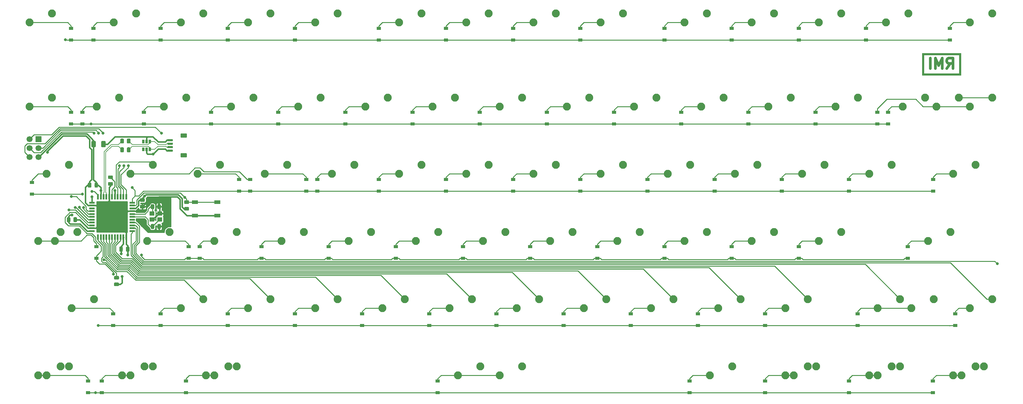
<source format=gbl>
G04 #@! TF.GenerationSoftware,KiCad,Pcbnew,(5.1.4)-1*
G04 #@! TF.CreationDate,2021-10-30T23:29:11+08:00*
G04 #@! TF.ProjectId,bakeneko-60-pcb,62616b65-6e65-46b6-9f2d-36302d706362,rev?*
G04 #@! TF.SameCoordinates,Original*
G04 #@! TF.FileFunction,Copper,L2,Bot*
G04 #@! TF.FilePolarity,Positive*
%FSLAX46Y46*%
G04 Gerber Fmt 4.6, Leading zero omitted, Abs format (unit mm)*
G04 Created by KiCad (PCBNEW (5.1.4)-1) date 2021-10-30 23:29:11*
%MOMM*%
%LPD*%
G04 APERTURE LIST*
%ADD10C,0.750000*%
%ADD11C,0.100000*%
%ADD12C,2.250000*%
%ADD13R,1.200000X0.900000*%
%ADD14R,0.650000X1.060000*%
%ADD15R,1.400000X1.200000*%
%ADD16R,1.500000X0.550000*%
%ADD17R,0.550000X1.500000*%
%ADD18R,1.700000X1.000000*%
%ADD19C,0.975000*%
%ADD20R,1.700000X1.700000*%
%ADD21C,1.700000*%
%ADD22C,0.600000*%
%ADD23C,1.200000*%
%ADD24C,1.250000*%
%ADD25C,0.800000*%
%ADD26C,0.381000*%
%ADD27C,0.250000*%
%ADD28C,0.200000*%
%ADD29C,0.254000*%
G04 APERTURE END LIST*
D10*
X256293750Y13327232D02*
X257293750Y14755803D01*
X258008035Y13327232D02*
X258008035Y16327232D01*
X256865178Y16327232D01*
X256579464Y16184375D01*
X256436607Y16041517D01*
X256293750Y15755803D01*
X256293750Y15327232D01*
X256436607Y15041517D01*
X256579464Y14898660D01*
X256865178Y14755803D01*
X258008035Y14755803D01*
X255008035Y13327232D02*
X255008035Y16327232D01*
X254008035Y14184375D01*
X253008035Y16327232D01*
X253008035Y13327232D01*
X251579464Y13327232D02*
X251579464Y16327232D01*
D11*
G36*
X260293750Y17684375D02*
G01*
X249293750Y17684375D01*
X249293750Y17184375D01*
X260293750Y17184375D01*
X260293750Y17684375D01*
G37*
X260293750Y17684375D02*
X249293750Y17684375D01*
X249293750Y17184375D01*
X260293750Y17184375D01*
X260293750Y17684375D01*
G36*
X260293750Y11934375D02*
G01*
X249293750Y11934375D01*
X249293750Y11434375D01*
X260293750Y11434375D01*
X260293750Y11934375D01*
G37*
X260293750Y11934375D02*
X249293750Y11934375D01*
X249293750Y11434375D01*
X260293750Y11434375D01*
X260293750Y11934375D01*
G36*
X260293750Y17184375D02*
G01*
X259793750Y17184375D01*
X259793750Y11934375D01*
X260293750Y11934375D01*
X260293750Y17184375D01*
G37*
X260293750Y17184375D02*
X259793750Y17184375D01*
X259793750Y11934375D01*
X260293750Y11934375D01*
X260293750Y17184375D01*
G36*
X249793750Y17184375D02*
G01*
X249293750Y17184375D01*
X249293750Y11934375D01*
X249793750Y11934375D01*
X249793750Y17184375D01*
G37*
X249793750Y17184375D02*
X249293750Y17184375D01*
X249293750Y11934375D01*
X249793750Y11934375D01*
X249793750Y17184375D01*
D12*
X269240000Y28892500D03*
X262890000Y26352500D03*
X245427500Y28892500D03*
X239077500Y26352500D03*
X226377500Y28892500D03*
X220027500Y26352500D03*
X207327500Y28892500D03*
X200977500Y26352500D03*
X188277500Y28892500D03*
X181927500Y26352500D03*
X164465000Y28892500D03*
X158115000Y26352500D03*
X145415000Y28892500D03*
X139065000Y26352500D03*
X126365000Y28892500D03*
X120015000Y26352500D03*
X107315000Y28892500D03*
X100965000Y26352500D03*
X83502500Y28892500D03*
X77152500Y26352500D03*
X64452500Y28892500D03*
X58102500Y26352500D03*
X45402500Y28892500D03*
X39052500Y26352500D03*
X26352500Y28892500D03*
X20002500Y26352500D03*
X2540000Y28892500D03*
X-3810000Y26352500D03*
D13*
X257175000Y24668750D03*
X257175000Y21368750D03*
X233362500Y24668750D03*
X233362500Y21368750D03*
X214312500Y24668750D03*
X214312500Y21368750D03*
X195262500Y24668750D03*
X195262500Y21368750D03*
X176212500Y24668750D03*
X176212500Y21368750D03*
X152400000Y24668750D03*
X152400000Y21368750D03*
X133350000Y24668750D03*
X133350000Y21368750D03*
X114300000Y24668750D03*
X114300000Y21368750D03*
X95250000Y24668750D03*
X95250000Y21368750D03*
X71437500Y24668750D03*
X71437500Y21368750D03*
X52387500Y24668750D03*
X52387500Y21368750D03*
X33337500Y24668750D03*
X33337500Y21368750D03*
X14287500Y24668750D03*
X14287500Y21368750D03*
X7937500Y24668750D03*
X7937500Y21368750D03*
D14*
X30273750Y-9600000D03*
X29323750Y-9600000D03*
X28373750Y-9600000D03*
X28373750Y-7400000D03*
X30273750Y-7400000D03*
X29323750Y-7400000D03*
D12*
X24765000Y-16510000D03*
X31115000Y-13970000D03*
X43815000Y-16510000D03*
X50165000Y-13970000D03*
X258127500Y-73660000D03*
X264477500Y-71120000D03*
X234315000Y-73660000D03*
X240665000Y-71120000D03*
X129540000Y-73660000D03*
X135890000Y-71120000D03*
X48577500Y-73660000D03*
X54927500Y-71120000D03*
X24765000Y-73660000D03*
X31115000Y-71120000D03*
X952500Y-73660000D03*
X7302500Y-71120000D03*
X260508750Y-73660000D03*
X266858750Y-71120000D03*
X236696250Y-73660000D03*
X243046250Y-71120000D03*
X212883750Y-73660000D03*
X219233750Y-71120000D03*
X189071250Y-73660000D03*
X195421250Y-71120000D03*
X246221250Y-54610000D03*
X252571250Y-52070000D03*
X191452500Y-54610000D03*
X197802500Y-52070000D03*
D13*
X228550000Y-75343750D03*
X228550000Y-78643750D03*
X204787500Y-75343750D03*
X204787500Y-78643750D03*
X183315000Y-75343750D03*
X183315000Y-78643750D03*
D12*
X143827500Y-35560000D03*
X150177500Y-33020000D03*
X48577500Y-35560000D03*
X54927500Y-33020000D03*
D13*
X44450000Y-37243750D03*
X44450000Y-40543750D03*
X41275000Y-37243750D03*
X41275000Y-40543750D03*
D12*
X177165000Y-16510000D03*
X183515000Y-13970000D03*
X100965000Y-16510000D03*
X107315000Y-13970000D03*
D13*
X77787500Y-18193750D03*
X77787500Y-21493750D03*
X74612500Y-18193750D03*
X74612500Y-21493750D03*
X55562500Y-18193750D03*
X55562500Y-21493750D03*
X58737500Y-18193750D03*
X58737500Y-21493750D03*
X239655000Y856250D03*
X239655000Y-2443750D03*
D12*
X224790000Y2540000D03*
X231140000Y5080000D03*
D13*
X219075000Y856250D03*
X219075000Y-2443750D03*
X11112500Y856250D03*
X11112500Y-2443750D03*
X7937500Y856250D03*
X7937500Y-2443750D03*
X-3175000Y-18987500D03*
X-3175000Y-22287500D03*
X236585000Y856250D03*
X236585000Y-2443750D03*
D12*
X129540000Y2540000D03*
X135890000Y5080000D03*
X91440000Y2540000D03*
X97790000Y5080000D03*
X72390000Y2540000D03*
X78740000Y5080000D03*
X210502500Y-73660000D03*
X216852500Y-71120000D03*
X117633750Y-73660000D03*
X123983750Y-71120000D03*
X46196250Y-73660000D03*
X52546250Y-71120000D03*
X22383750Y-73660000D03*
X28733750Y-71120000D03*
X-1428750Y-73660000D03*
X4921250Y-71120000D03*
X262890000Y-54610000D03*
X269240000Y-52070000D03*
X236696250Y-54610000D03*
X243046250Y-52070000D03*
X210502500Y-54610000D03*
X216852500Y-52070000D03*
X172402500Y-54610000D03*
X178752500Y-52070000D03*
X153352500Y-54610000D03*
X159702500Y-52070000D03*
X134302500Y-54610000D03*
X140652500Y-52070000D03*
X115252500Y-54610000D03*
X121602500Y-52070000D03*
X96202500Y-54610000D03*
X102552500Y-52070000D03*
X77152500Y-54610000D03*
X83502500Y-52070000D03*
X58102500Y-54610000D03*
X64452500Y-52070000D03*
X39052500Y-54610000D03*
X45402500Y-52070000D03*
X8096250Y-54610000D03*
X14446250Y-52070000D03*
X250983750Y-35560000D03*
X257333750Y-33020000D03*
X220027500Y-35560000D03*
X226377500Y-33020000D03*
X200977500Y-35560000D03*
X207327500Y-33020000D03*
X181927500Y-35560000D03*
X188277500Y-33020000D03*
X162877500Y-35560000D03*
X169227500Y-33020000D03*
X124777500Y-35560000D03*
X131127500Y-33020000D03*
X105727500Y-35560000D03*
X112077500Y-33020000D03*
X86677500Y-35560000D03*
X93027500Y-33020000D03*
X67627500Y-35560000D03*
X73977500Y-33020000D03*
X29527500Y-35560000D03*
X35877500Y-33020000D03*
X3333750Y-35560000D03*
X9683750Y-33020000D03*
X-1428750Y-35560000D03*
X4921250Y-33020000D03*
X258127500Y-16510000D03*
X264477500Y-13970000D03*
X234315000Y-16510000D03*
X240665000Y-13970000D03*
X215265000Y-16510000D03*
X221615000Y-13970000D03*
X196215000Y-16510000D03*
X202565000Y-13970000D03*
X158115000Y-16510000D03*
X164465000Y-13970000D03*
X139065000Y-16510000D03*
X145415000Y-13970000D03*
X120015000Y-16510000D03*
X126365000Y-13970000D03*
X81915000Y-16510000D03*
X88265000Y-13970000D03*
X62865000Y-16510000D03*
X69215000Y-13970000D03*
X952500Y-16510000D03*
X7302500Y-13970000D03*
X253365000Y2540000D03*
X259715000Y5080000D03*
X262890000Y2540000D03*
X269240000Y5080000D03*
X243840000Y2540000D03*
X250190000Y5080000D03*
X205740000Y2540000D03*
X212090000Y5080000D03*
X186690000Y2540000D03*
X193040000Y5080000D03*
X167640000Y2540000D03*
X173990000Y5080000D03*
X148590000Y2540000D03*
X154940000Y5080000D03*
X110490000Y2540000D03*
X116840000Y5080000D03*
X53340000Y2540000D03*
X59690000Y5080000D03*
X34290000Y2540000D03*
X40640000Y5080000D03*
X15240000Y2540000D03*
X21590000Y5080000D03*
X2540000Y5080000D03*
X-3810000Y2540000D03*
D13*
X252362500Y-75343750D03*
X252362500Y-78643750D03*
X111918750Y-75343750D03*
X111918750Y-78643750D03*
X40481250Y-75343750D03*
X40481250Y-78643750D03*
X16668750Y-75343750D03*
X16668750Y-78643750D03*
X12747500Y-75343750D03*
X12747500Y-78643750D03*
X258715000Y-56293750D03*
X258715000Y-59593750D03*
X230981250Y-56293750D03*
X230981250Y-59593750D03*
X204787500Y-56293750D03*
X204787500Y-59593750D03*
X185737500Y-56293750D03*
X185737500Y-59593750D03*
X166687500Y-56293750D03*
X166687500Y-59593750D03*
X147637500Y-56293750D03*
X147637500Y-59593750D03*
X128587500Y-56293750D03*
X128587500Y-59593750D03*
X109537500Y-56293750D03*
X109537500Y-59593750D03*
X90487500Y-56293750D03*
X90487500Y-59593750D03*
X71437500Y-56293750D03*
X71437500Y-59593750D03*
X52387500Y-56293750D03*
X52387500Y-59593750D03*
X33337500Y-56293750D03*
X33337500Y-59593750D03*
X19843750Y-56293750D03*
X19843750Y-59593750D03*
X245268750Y-37243750D03*
X245268750Y-40543750D03*
X214312500Y-37243750D03*
X214312500Y-40543750D03*
X195262500Y-37243750D03*
X195262500Y-40543750D03*
X176212500Y-37243750D03*
X176212500Y-40543750D03*
X157162500Y-37243750D03*
X157162500Y-40543750D03*
X138112500Y-37243750D03*
X138112500Y-40543750D03*
X119062500Y-37243750D03*
X119062500Y-40543750D03*
X100012500Y-37243750D03*
X100012500Y-40543750D03*
X80962500Y-37243750D03*
X80962500Y-40543750D03*
X61912500Y-37243750D03*
X61912500Y-40543750D03*
X15081250Y-37243750D03*
X15081250Y-40543750D03*
X252412500Y-18193750D03*
X252412500Y-21493750D03*
X228600000Y-18193750D03*
X228600000Y-21493750D03*
X209550000Y-18193750D03*
X209550000Y-21493750D03*
X190500000Y-18193750D03*
X190500000Y-21493750D03*
X171450000Y-18193750D03*
X171450000Y-21493750D03*
X152400000Y-18193750D03*
X152400000Y-21493750D03*
X133350000Y-18193750D03*
X133350000Y-21493750D03*
X114300000Y-18193750D03*
X114300000Y-21493750D03*
X95250000Y-18193750D03*
X95250000Y-21493750D03*
X200025000Y856250D03*
X200025000Y-2443750D03*
X180975000Y856250D03*
X180975000Y-2443750D03*
X161925000Y856250D03*
X161925000Y-2443750D03*
X142875000Y856250D03*
X142875000Y-2443750D03*
X123825000Y856250D03*
X123825000Y-2443750D03*
X104775000Y856250D03*
X104775000Y-2443750D03*
X85725000Y856250D03*
X85725000Y-2443750D03*
X66675000Y856250D03*
X66675000Y-2443750D03*
X47625000Y856250D03*
X47625000Y-2443750D03*
X28575000Y856250D03*
X28575000Y-2443750D03*
D15*
X33060000Y-27820000D03*
X30860000Y-27820000D03*
X30860000Y-29520000D03*
X33060000Y-29520000D03*
D16*
X13853750Y-24758750D03*
X13853750Y-25558750D03*
X13853750Y-26358750D03*
X13853750Y-27158750D03*
X13853750Y-27958750D03*
X13853750Y-28758750D03*
X13853750Y-29558750D03*
X13853750Y-30358750D03*
X13853750Y-31158750D03*
X13853750Y-31958750D03*
X13853750Y-32758750D03*
D17*
X15553750Y-34458750D03*
X16353750Y-34458750D03*
X17153750Y-34458750D03*
X17953750Y-34458750D03*
X18753750Y-34458750D03*
X19553750Y-34458750D03*
X20353750Y-34458750D03*
X21153750Y-34458750D03*
X21953750Y-34458750D03*
X22753750Y-34458750D03*
X23553750Y-34458750D03*
D16*
X25253750Y-32758750D03*
X25253750Y-31958750D03*
X25253750Y-31158750D03*
X25253750Y-30358750D03*
X25253750Y-29558750D03*
X25253750Y-28758750D03*
X25253750Y-27958750D03*
X25253750Y-27158750D03*
X25253750Y-26358750D03*
X25253750Y-25558750D03*
X25253750Y-24758750D03*
D17*
X23553750Y-23058750D03*
X22753750Y-23058750D03*
X21953750Y-23058750D03*
X21153750Y-23058750D03*
X20353750Y-23058750D03*
X19553750Y-23058750D03*
X18753750Y-23058750D03*
X17953750Y-23058750D03*
X17153750Y-23058750D03*
X16353750Y-23058750D03*
X15553750Y-23058750D03*
D18*
X49393750Y-24585000D03*
X43093750Y-24585000D03*
X49393750Y-28385000D03*
X43093750Y-28385000D03*
D11*
G36*
X21303892Y-45526174D02*
G01*
X21327553Y-45529684D01*
X21350757Y-45535496D01*
X21373279Y-45543554D01*
X21394903Y-45553782D01*
X21415420Y-45566079D01*
X21434633Y-45580329D01*
X21452357Y-45596393D01*
X21468421Y-45614117D01*
X21482671Y-45633330D01*
X21494968Y-45653847D01*
X21505196Y-45675471D01*
X21513254Y-45697993D01*
X21519066Y-45721197D01*
X21522576Y-45744858D01*
X21523750Y-45768750D01*
X21523750Y-46256250D01*
X21522576Y-46280142D01*
X21519066Y-46303803D01*
X21513254Y-46327007D01*
X21505196Y-46349529D01*
X21494968Y-46371153D01*
X21482671Y-46391670D01*
X21468421Y-46410883D01*
X21452357Y-46428607D01*
X21434633Y-46444671D01*
X21415420Y-46458921D01*
X21394903Y-46471218D01*
X21373279Y-46481446D01*
X21350757Y-46489504D01*
X21327553Y-46495316D01*
X21303892Y-46498826D01*
X21280000Y-46500000D01*
X20367500Y-46500000D01*
X20343608Y-46498826D01*
X20319947Y-46495316D01*
X20296743Y-46489504D01*
X20274221Y-46481446D01*
X20252597Y-46471218D01*
X20232080Y-46458921D01*
X20212867Y-46444671D01*
X20195143Y-46428607D01*
X20179079Y-46410883D01*
X20164829Y-46391670D01*
X20152532Y-46371153D01*
X20142304Y-46349529D01*
X20134246Y-46327007D01*
X20128434Y-46303803D01*
X20124924Y-46280142D01*
X20123750Y-46256250D01*
X20123750Y-45768750D01*
X20124924Y-45744858D01*
X20128434Y-45721197D01*
X20134246Y-45697993D01*
X20142304Y-45675471D01*
X20152532Y-45653847D01*
X20164829Y-45633330D01*
X20179079Y-45614117D01*
X20195143Y-45596393D01*
X20212867Y-45580329D01*
X20232080Y-45566079D01*
X20252597Y-45553782D01*
X20274221Y-45543554D01*
X20296743Y-45535496D01*
X20319947Y-45529684D01*
X20343608Y-45526174D01*
X20367500Y-45525000D01*
X21280000Y-45525000D01*
X21303892Y-45526174D01*
X21303892Y-45526174D01*
G37*
D19*
X20823750Y-46012500D03*
D11*
G36*
X21303892Y-47401174D02*
G01*
X21327553Y-47404684D01*
X21350757Y-47410496D01*
X21373279Y-47418554D01*
X21394903Y-47428782D01*
X21415420Y-47441079D01*
X21434633Y-47455329D01*
X21452357Y-47471393D01*
X21468421Y-47489117D01*
X21482671Y-47508330D01*
X21494968Y-47528847D01*
X21505196Y-47550471D01*
X21513254Y-47572993D01*
X21519066Y-47596197D01*
X21522576Y-47619858D01*
X21523750Y-47643750D01*
X21523750Y-48131250D01*
X21522576Y-48155142D01*
X21519066Y-48178803D01*
X21513254Y-48202007D01*
X21505196Y-48224529D01*
X21494968Y-48246153D01*
X21482671Y-48266670D01*
X21468421Y-48285883D01*
X21452357Y-48303607D01*
X21434633Y-48319671D01*
X21415420Y-48333921D01*
X21394903Y-48346218D01*
X21373279Y-48356446D01*
X21350757Y-48364504D01*
X21327553Y-48370316D01*
X21303892Y-48373826D01*
X21280000Y-48375000D01*
X20367500Y-48375000D01*
X20343608Y-48373826D01*
X20319947Y-48370316D01*
X20296743Y-48364504D01*
X20274221Y-48356446D01*
X20252597Y-48346218D01*
X20232080Y-48333921D01*
X20212867Y-48319671D01*
X20195143Y-48303607D01*
X20179079Y-48285883D01*
X20164829Y-48266670D01*
X20152532Y-48246153D01*
X20142304Y-48224529D01*
X20134246Y-48202007D01*
X20128434Y-48178803D01*
X20124924Y-48155142D01*
X20123750Y-48131250D01*
X20123750Y-47643750D01*
X20124924Y-47619858D01*
X20128434Y-47596197D01*
X20134246Y-47572993D01*
X20142304Y-47550471D01*
X20152532Y-47528847D01*
X20164829Y-47508330D01*
X20179079Y-47489117D01*
X20195143Y-47471393D01*
X20212867Y-47455329D01*
X20232080Y-47441079D01*
X20252597Y-47428782D01*
X20274221Y-47418554D01*
X20296743Y-47410496D01*
X20319947Y-47404684D01*
X20343608Y-47401174D01*
X20367500Y-47400000D01*
X21280000Y-47400000D01*
X21303892Y-47401174D01*
X21303892Y-47401174D01*
G37*
D19*
X20823750Y-47887500D03*
D11*
G36*
X24545142Y-6551174D02*
G01*
X24568803Y-6554684D01*
X24592007Y-6560496D01*
X24614529Y-6568554D01*
X24636153Y-6578782D01*
X24656670Y-6591079D01*
X24675883Y-6605329D01*
X24693607Y-6621393D01*
X24709671Y-6639117D01*
X24723921Y-6658330D01*
X24736218Y-6678847D01*
X24746446Y-6700471D01*
X24754504Y-6722993D01*
X24760316Y-6746197D01*
X24763826Y-6769858D01*
X24765000Y-6793750D01*
X24765000Y-7706250D01*
X24763826Y-7730142D01*
X24760316Y-7753803D01*
X24754504Y-7777007D01*
X24746446Y-7799529D01*
X24736218Y-7821153D01*
X24723921Y-7841670D01*
X24709671Y-7860883D01*
X24693607Y-7878607D01*
X24675883Y-7894671D01*
X24656670Y-7908921D01*
X24636153Y-7921218D01*
X24614529Y-7931446D01*
X24592007Y-7939504D01*
X24568803Y-7945316D01*
X24545142Y-7948826D01*
X24521250Y-7950000D01*
X24033750Y-7950000D01*
X24009858Y-7948826D01*
X23986197Y-7945316D01*
X23962993Y-7939504D01*
X23940471Y-7931446D01*
X23918847Y-7921218D01*
X23898330Y-7908921D01*
X23879117Y-7894671D01*
X23861393Y-7878607D01*
X23845329Y-7860883D01*
X23831079Y-7841670D01*
X23818782Y-7821153D01*
X23808554Y-7799529D01*
X23800496Y-7777007D01*
X23794684Y-7753803D01*
X23791174Y-7730142D01*
X23790000Y-7706250D01*
X23790000Y-6793750D01*
X23791174Y-6769858D01*
X23794684Y-6746197D01*
X23800496Y-6722993D01*
X23808554Y-6700471D01*
X23818782Y-6678847D01*
X23831079Y-6658330D01*
X23845329Y-6639117D01*
X23861393Y-6621393D01*
X23879117Y-6605329D01*
X23898330Y-6591079D01*
X23918847Y-6578782D01*
X23940471Y-6568554D01*
X23962993Y-6560496D01*
X23986197Y-6554684D01*
X24009858Y-6551174D01*
X24033750Y-6550000D01*
X24521250Y-6550000D01*
X24545142Y-6551174D01*
X24545142Y-6551174D01*
G37*
D19*
X24277500Y-7250000D03*
D11*
G36*
X22670142Y-6551174D02*
G01*
X22693803Y-6554684D01*
X22717007Y-6560496D01*
X22739529Y-6568554D01*
X22761153Y-6578782D01*
X22781670Y-6591079D01*
X22800883Y-6605329D01*
X22818607Y-6621393D01*
X22834671Y-6639117D01*
X22848921Y-6658330D01*
X22861218Y-6678847D01*
X22871446Y-6700471D01*
X22879504Y-6722993D01*
X22885316Y-6746197D01*
X22888826Y-6769858D01*
X22890000Y-6793750D01*
X22890000Y-7706250D01*
X22888826Y-7730142D01*
X22885316Y-7753803D01*
X22879504Y-7777007D01*
X22871446Y-7799529D01*
X22861218Y-7821153D01*
X22848921Y-7841670D01*
X22834671Y-7860883D01*
X22818607Y-7878607D01*
X22800883Y-7894671D01*
X22781670Y-7908921D01*
X22761153Y-7921218D01*
X22739529Y-7931446D01*
X22717007Y-7939504D01*
X22693803Y-7945316D01*
X22670142Y-7948826D01*
X22646250Y-7950000D01*
X22158750Y-7950000D01*
X22134858Y-7948826D01*
X22111197Y-7945316D01*
X22087993Y-7939504D01*
X22065471Y-7931446D01*
X22043847Y-7921218D01*
X22023330Y-7908921D01*
X22004117Y-7894671D01*
X21986393Y-7878607D01*
X21970329Y-7860883D01*
X21956079Y-7841670D01*
X21943782Y-7821153D01*
X21933554Y-7799529D01*
X21925496Y-7777007D01*
X21919684Y-7753803D01*
X21916174Y-7730142D01*
X21915000Y-7706250D01*
X21915000Y-6793750D01*
X21916174Y-6769858D01*
X21919684Y-6746197D01*
X21925496Y-6722993D01*
X21933554Y-6700471D01*
X21943782Y-6678847D01*
X21956079Y-6658330D01*
X21970329Y-6639117D01*
X21986393Y-6621393D01*
X22004117Y-6605329D01*
X22023330Y-6591079D01*
X22043847Y-6578782D01*
X22065471Y-6568554D01*
X22087993Y-6560496D01*
X22111197Y-6554684D01*
X22134858Y-6551174D01*
X22158750Y-6550000D01*
X22646250Y-6550000D01*
X22670142Y-6551174D01*
X22670142Y-6551174D01*
G37*
D19*
X22402500Y-7250000D03*
D11*
G36*
X24545142Y-9051174D02*
G01*
X24568803Y-9054684D01*
X24592007Y-9060496D01*
X24614529Y-9068554D01*
X24636153Y-9078782D01*
X24656670Y-9091079D01*
X24675883Y-9105329D01*
X24693607Y-9121393D01*
X24709671Y-9139117D01*
X24723921Y-9158330D01*
X24736218Y-9178847D01*
X24746446Y-9200471D01*
X24754504Y-9222993D01*
X24760316Y-9246197D01*
X24763826Y-9269858D01*
X24765000Y-9293750D01*
X24765000Y-10206250D01*
X24763826Y-10230142D01*
X24760316Y-10253803D01*
X24754504Y-10277007D01*
X24746446Y-10299529D01*
X24736218Y-10321153D01*
X24723921Y-10341670D01*
X24709671Y-10360883D01*
X24693607Y-10378607D01*
X24675883Y-10394671D01*
X24656670Y-10408921D01*
X24636153Y-10421218D01*
X24614529Y-10431446D01*
X24592007Y-10439504D01*
X24568803Y-10445316D01*
X24545142Y-10448826D01*
X24521250Y-10450000D01*
X24033750Y-10450000D01*
X24009858Y-10448826D01*
X23986197Y-10445316D01*
X23962993Y-10439504D01*
X23940471Y-10431446D01*
X23918847Y-10421218D01*
X23898330Y-10408921D01*
X23879117Y-10394671D01*
X23861393Y-10378607D01*
X23845329Y-10360883D01*
X23831079Y-10341670D01*
X23818782Y-10321153D01*
X23808554Y-10299529D01*
X23800496Y-10277007D01*
X23794684Y-10253803D01*
X23791174Y-10230142D01*
X23790000Y-10206250D01*
X23790000Y-9293750D01*
X23791174Y-9269858D01*
X23794684Y-9246197D01*
X23800496Y-9222993D01*
X23808554Y-9200471D01*
X23818782Y-9178847D01*
X23831079Y-9158330D01*
X23845329Y-9139117D01*
X23861393Y-9121393D01*
X23879117Y-9105329D01*
X23898330Y-9091079D01*
X23918847Y-9078782D01*
X23940471Y-9068554D01*
X23962993Y-9060496D01*
X23986197Y-9054684D01*
X24009858Y-9051174D01*
X24033750Y-9050000D01*
X24521250Y-9050000D01*
X24545142Y-9051174D01*
X24545142Y-9051174D01*
G37*
D19*
X24277500Y-9750000D03*
D11*
G36*
X22670142Y-9051174D02*
G01*
X22693803Y-9054684D01*
X22717007Y-9060496D01*
X22739529Y-9068554D01*
X22761153Y-9078782D01*
X22781670Y-9091079D01*
X22800883Y-9105329D01*
X22818607Y-9121393D01*
X22834671Y-9139117D01*
X22848921Y-9158330D01*
X22861218Y-9178847D01*
X22871446Y-9200471D01*
X22879504Y-9222993D01*
X22885316Y-9246197D01*
X22888826Y-9269858D01*
X22890000Y-9293750D01*
X22890000Y-10206250D01*
X22888826Y-10230142D01*
X22885316Y-10253803D01*
X22879504Y-10277007D01*
X22871446Y-10299529D01*
X22861218Y-10321153D01*
X22848921Y-10341670D01*
X22834671Y-10360883D01*
X22818607Y-10378607D01*
X22800883Y-10394671D01*
X22781670Y-10408921D01*
X22761153Y-10421218D01*
X22739529Y-10431446D01*
X22717007Y-10439504D01*
X22693803Y-10445316D01*
X22670142Y-10448826D01*
X22646250Y-10450000D01*
X22158750Y-10450000D01*
X22134858Y-10448826D01*
X22111197Y-10445316D01*
X22087993Y-10439504D01*
X22065471Y-10431446D01*
X22043847Y-10421218D01*
X22023330Y-10408921D01*
X22004117Y-10394671D01*
X21986393Y-10378607D01*
X21970329Y-10360883D01*
X21956079Y-10341670D01*
X21943782Y-10321153D01*
X21933554Y-10299529D01*
X21925496Y-10277007D01*
X21919684Y-10253803D01*
X21916174Y-10230142D01*
X21915000Y-10206250D01*
X21915000Y-9293750D01*
X21916174Y-9269858D01*
X21919684Y-9246197D01*
X21925496Y-9222993D01*
X21933554Y-9200471D01*
X21943782Y-9178847D01*
X21956079Y-9158330D01*
X21970329Y-9139117D01*
X21986393Y-9121393D01*
X22004117Y-9105329D01*
X22023330Y-9091079D01*
X22043847Y-9078782D01*
X22065471Y-9068554D01*
X22087993Y-9060496D01*
X22111197Y-9054684D01*
X22134858Y-9051174D01*
X22158750Y-9050000D01*
X22646250Y-9050000D01*
X22670142Y-9051174D01*
X22670142Y-9051174D01*
G37*
D19*
X22402500Y-9750000D03*
D11*
G36*
X41190142Y-25971174D02*
G01*
X41213803Y-25974684D01*
X41237007Y-25980496D01*
X41259529Y-25988554D01*
X41281153Y-25998782D01*
X41301670Y-26011079D01*
X41320883Y-26025329D01*
X41338607Y-26041393D01*
X41354671Y-26059117D01*
X41368921Y-26078330D01*
X41381218Y-26098847D01*
X41391446Y-26120471D01*
X41399504Y-26142993D01*
X41405316Y-26166197D01*
X41408826Y-26189858D01*
X41410000Y-26213750D01*
X41410000Y-26701250D01*
X41408826Y-26725142D01*
X41405316Y-26748803D01*
X41399504Y-26772007D01*
X41391446Y-26794529D01*
X41381218Y-26816153D01*
X41368921Y-26836670D01*
X41354671Y-26855883D01*
X41338607Y-26873607D01*
X41320883Y-26889671D01*
X41301670Y-26903921D01*
X41281153Y-26916218D01*
X41259529Y-26926446D01*
X41237007Y-26934504D01*
X41213803Y-26940316D01*
X41190142Y-26943826D01*
X41166250Y-26945000D01*
X40253750Y-26945000D01*
X40229858Y-26943826D01*
X40206197Y-26940316D01*
X40182993Y-26934504D01*
X40160471Y-26926446D01*
X40138847Y-26916218D01*
X40118330Y-26903921D01*
X40099117Y-26889671D01*
X40081393Y-26873607D01*
X40065329Y-26855883D01*
X40051079Y-26836670D01*
X40038782Y-26816153D01*
X40028554Y-26794529D01*
X40020496Y-26772007D01*
X40014684Y-26748803D01*
X40011174Y-26725142D01*
X40010000Y-26701250D01*
X40010000Y-26213750D01*
X40011174Y-26189858D01*
X40014684Y-26166197D01*
X40020496Y-26142993D01*
X40028554Y-26120471D01*
X40038782Y-26098847D01*
X40051079Y-26078330D01*
X40065329Y-26059117D01*
X40081393Y-26041393D01*
X40099117Y-26025329D01*
X40118330Y-26011079D01*
X40138847Y-25998782D01*
X40160471Y-25988554D01*
X40182993Y-25980496D01*
X40206197Y-25974684D01*
X40229858Y-25971174D01*
X40253750Y-25970000D01*
X41166250Y-25970000D01*
X41190142Y-25971174D01*
X41190142Y-25971174D01*
G37*
D19*
X40710000Y-26457500D03*
D11*
G36*
X41190142Y-24096174D02*
G01*
X41213803Y-24099684D01*
X41237007Y-24105496D01*
X41259529Y-24113554D01*
X41281153Y-24123782D01*
X41301670Y-24136079D01*
X41320883Y-24150329D01*
X41338607Y-24166393D01*
X41354671Y-24184117D01*
X41368921Y-24203330D01*
X41381218Y-24223847D01*
X41391446Y-24245471D01*
X41399504Y-24267993D01*
X41405316Y-24291197D01*
X41408826Y-24314858D01*
X41410000Y-24338750D01*
X41410000Y-24826250D01*
X41408826Y-24850142D01*
X41405316Y-24873803D01*
X41399504Y-24897007D01*
X41391446Y-24919529D01*
X41381218Y-24941153D01*
X41368921Y-24961670D01*
X41354671Y-24980883D01*
X41338607Y-24998607D01*
X41320883Y-25014671D01*
X41301670Y-25028921D01*
X41281153Y-25041218D01*
X41259529Y-25051446D01*
X41237007Y-25059504D01*
X41213803Y-25065316D01*
X41190142Y-25068826D01*
X41166250Y-25070000D01*
X40253750Y-25070000D01*
X40229858Y-25068826D01*
X40206197Y-25065316D01*
X40182993Y-25059504D01*
X40160471Y-25051446D01*
X40138847Y-25041218D01*
X40118330Y-25028921D01*
X40099117Y-25014671D01*
X40081393Y-24998607D01*
X40065329Y-24980883D01*
X40051079Y-24961670D01*
X40038782Y-24941153D01*
X40028554Y-24919529D01*
X40020496Y-24897007D01*
X40014684Y-24873803D01*
X40011174Y-24850142D01*
X40010000Y-24826250D01*
X40010000Y-24338750D01*
X40011174Y-24314858D01*
X40014684Y-24291197D01*
X40020496Y-24267993D01*
X40028554Y-24245471D01*
X40038782Y-24223847D01*
X40051079Y-24203330D01*
X40065329Y-24184117D01*
X40081393Y-24166393D01*
X40099117Y-24150329D01*
X40118330Y-24136079D01*
X40138847Y-24123782D01*
X40160471Y-24113554D01*
X40182993Y-24105496D01*
X40206197Y-24099684D01*
X40229858Y-24096174D01*
X40253750Y-24095000D01*
X41166250Y-24095000D01*
X41190142Y-24096174D01*
X41190142Y-24096174D01*
G37*
D19*
X40710000Y-24582500D03*
D20*
X-1270000Y-6727501D03*
D21*
X-3810000Y-6727501D03*
X-1270000Y-9267501D03*
X-3810000Y-9267501D03*
X-1270000Y-11807501D03*
X-3810000Y-11807501D03*
D11*
G36*
X36639703Y-6700722D02*
G01*
X36654264Y-6702882D01*
X36668543Y-6706459D01*
X36682403Y-6711418D01*
X36695710Y-6717712D01*
X36708336Y-6725280D01*
X36720159Y-6734048D01*
X36731066Y-6743934D01*
X36740952Y-6754841D01*
X36749720Y-6766664D01*
X36757288Y-6779290D01*
X36763582Y-6792597D01*
X36768541Y-6806457D01*
X36772118Y-6820736D01*
X36774278Y-6835297D01*
X36775000Y-6850000D01*
X36775000Y-7150000D01*
X36774278Y-7164703D01*
X36772118Y-7179264D01*
X36768541Y-7193543D01*
X36763582Y-7207403D01*
X36757288Y-7220710D01*
X36749720Y-7233336D01*
X36740952Y-7245159D01*
X36731066Y-7256066D01*
X36720159Y-7265952D01*
X36708336Y-7274720D01*
X36695710Y-7282288D01*
X36682403Y-7288582D01*
X36668543Y-7293541D01*
X36654264Y-7297118D01*
X36639703Y-7299278D01*
X36625000Y-7300000D01*
X35375000Y-7300000D01*
X35360297Y-7299278D01*
X35345736Y-7297118D01*
X35331457Y-7293541D01*
X35317597Y-7288582D01*
X35304290Y-7282288D01*
X35291664Y-7274720D01*
X35279841Y-7265952D01*
X35268934Y-7256066D01*
X35259048Y-7245159D01*
X35250280Y-7233336D01*
X35242712Y-7220710D01*
X35236418Y-7207403D01*
X35231459Y-7193543D01*
X35227882Y-7179264D01*
X35225722Y-7164703D01*
X35225000Y-7150000D01*
X35225000Y-6850000D01*
X35225722Y-6835297D01*
X35227882Y-6820736D01*
X35231459Y-6806457D01*
X35236418Y-6792597D01*
X35242712Y-6779290D01*
X35250280Y-6766664D01*
X35259048Y-6754841D01*
X35268934Y-6743934D01*
X35279841Y-6734048D01*
X35291664Y-6725280D01*
X35304290Y-6717712D01*
X35317597Y-6711418D01*
X35331457Y-6706459D01*
X35345736Y-6702882D01*
X35360297Y-6700722D01*
X35375000Y-6700000D01*
X36625000Y-6700000D01*
X36639703Y-6700722D01*
X36639703Y-6700722D01*
G37*
D22*
X36000000Y-7000000D03*
D11*
G36*
X36639703Y-7700722D02*
G01*
X36654264Y-7702882D01*
X36668543Y-7706459D01*
X36682403Y-7711418D01*
X36695710Y-7717712D01*
X36708336Y-7725280D01*
X36720159Y-7734048D01*
X36731066Y-7743934D01*
X36740952Y-7754841D01*
X36749720Y-7766664D01*
X36757288Y-7779290D01*
X36763582Y-7792597D01*
X36768541Y-7806457D01*
X36772118Y-7820736D01*
X36774278Y-7835297D01*
X36775000Y-7850000D01*
X36775000Y-8150000D01*
X36774278Y-8164703D01*
X36772118Y-8179264D01*
X36768541Y-8193543D01*
X36763582Y-8207403D01*
X36757288Y-8220710D01*
X36749720Y-8233336D01*
X36740952Y-8245159D01*
X36731066Y-8256066D01*
X36720159Y-8265952D01*
X36708336Y-8274720D01*
X36695710Y-8282288D01*
X36682403Y-8288582D01*
X36668543Y-8293541D01*
X36654264Y-8297118D01*
X36639703Y-8299278D01*
X36625000Y-8300000D01*
X35375000Y-8300000D01*
X35360297Y-8299278D01*
X35345736Y-8297118D01*
X35331457Y-8293541D01*
X35317597Y-8288582D01*
X35304290Y-8282288D01*
X35291664Y-8274720D01*
X35279841Y-8265952D01*
X35268934Y-8256066D01*
X35259048Y-8245159D01*
X35250280Y-8233336D01*
X35242712Y-8220710D01*
X35236418Y-8207403D01*
X35231459Y-8193543D01*
X35227882Y-8179264D01*
X35225722Y-8164703D01*
X35225000Y-8150000D01*
X35225000Y-7850000D01*
X35225722Y-7835297D01*
X35227882Y-7820736D01*
X35231459Y-7806457D01*
X35236418Y-7792597D01*
X35242712Y-7779290D01*
X35250280Y-7766664D01*
X35259048Y-7754841D01*
X35268934Y-7743934D01*
X35279841Y-7734048D01*
X35291664Y-7725280D01*
X35304290Y-7717712D01*
X35317597Y-7711418D01*
X35331457Y-7706459D01*
X35345736Y-7702882D01*
X35360297Y-7700722D01*
X35375000Y-7700000D01*
X36625000Y-7700000D01*
X36639703Y-7700722D01*
X36639703Y-7700722D01*
G37*
D22*
X36000000Y-8000000D03*
D11*
G36*
X36639703Y-8700722D02*
G01*
X36654264Y-8702882D01*
X36668543Y-8706459D01*
X36682403Y-8711418D01*
X36695710Y-8717712D01*
X36708336Y-8725280D01*
X36720159Y-8734048D01*
X36731066Y-8743934D01*
X36740952Y-8754841D01*
X36749720Y-8766664D01*
X36757288Y-8779290D01*
X36763582Y-8792597D01*
X36768541Y-8806457D01*
X36772118Y-8820736D01*
X36774278Y-8835297D01*
X36775000Y-8850000D01*
X36775000Y-9150000D01*
X36774278Y-9164703D01*
X36772118Y-9179264D01*
X36768541Y-9193543D01*
X36763582Y-9207403D01*
X36757288Y-9220710D01*
X36749720Y-9233336D01*
X36740952Y-9245159D01*
X36731066Y-9256066D01*
X36720159Y-9265952D01*
X36708336Y-9274720D01*
X36695710Y-9282288D01*
X36682403Y-9288582D01*
X36668543Y-9293541D01*
X36654264Y-9297118D01*
X36639703Y-9299278D01*
X36625000Y-9300000D01*
X35375000Y-9300000D01*
X35360297Y-9299278D01*
X35345736Y-9297118D01*
X35331457Y-9293541D01*
X35317597Y-9288582D01*
X35304290Y-9282288D01*
X35291664Y-9274720D01*
X35279841Y-9265952D01*
X35268934Y-9256066D01*
X35259048Y-9245159D01*
X35250280Y-9233336D01*
X35242712Y-9220710D01*
X35236418Y-9207403D01*
X35231459Y-9193543D01*
X35227882Y-9179264D01*
X35225722Y-9164703D01*
X35225000Y-9150000D01*
X35225000Y-8850000D01*
X35225722Y-8835297D01*
X35227882Y-8820736D01*
X35231459Y-8806457D01*
X35236418Y-8792597D01*
X35242712Y-8779290D01*
X35250280Y-8766664D01*
X35259048Y-8754841D01*
X35268934Y-8743934D01*
X35279841Y-8734048D01*
X35291664Y-8725280D01*
X35304290Y-8717712D01*
X35317597Y-8711418D01*
X35331457Y-8706459D01*
X35345736Y-8702882D01*
X35360297Y-8700722D01*
X35375000Y-8700000D01*
X36625000Y-8700000D01*
X36639703Y-8700722D01*
X36639703Y-8700722D01*
G37*
D22*
X36000000Y-9000000D03*
D11*
G36*
X36639703Y-9700722D02*
G01*
X36654264Y-9702882D01*
X36668543Y-9706459D01*
X36682403Y-9711418D01*
X36695710Y-9717712D01*
X36708336Y-9725280D01*
X36720159Y-9734048D01*
X36731066Y-9743934D01*
X36740952Y-9754841D01*
X36749720Y-9766664D01*
X36757288Y-9779290D01*
X36763582Y-9792597D01*
X36768541Y-9806457D01*
X36772118Y-9820736D01*
X36774278Y-9835297D01*
X36775000Y-9850000D01*
X36775000Y-10150000D01*
X36774278Y-10164703D01*
X36772118Y-10179264D01*
X36768541Y-10193543D01*
X36763582Y-10207403D01*
X36757288Y-10220710D01*
X36749720Y-10233336D01*
X36740952Y-10245159D01*
X36731066Y-10256066D01*
X36720159Y-10265952D01*
X36708336Y-10274720D01*
X36695710Y-10282288D01*
X36682403Y-10288582D01*
X36668543Y-10293541D01*
X36654264Y-10297118D01*
X36639703Y-10299278D01*
X36625000Y-10300000D01*
X35375000Y-10300000D01*
X35360297Y-10299278D01*
X35345736Y-10297118D01*
X35331457Y-10293541D01*
X35317597Y-10288582D01*
X35304290Y-10282288D01*
X35291664Y-10274720D01*
X35279841Y-10265952D01*
X35268934Y-10256066D01*
X35259048Y-10245159D01*
X35250280Y-10233336D01*
X35242712Y-10220710D01*
X35236418Y-10207403D01*
X35231459Y-10193543D01*
X35227882Y-10179264D01*
X35225722Y-10164703D01*
X35225000Y-10150000D01*
X35225000Y-9850000D01*
X35225722Y-9835297D01*
X35227882Y-9820736D01*
X35231459Y-9806457D01*
X35236418Y-9792597D01*
X35242712Y-9779290D01*
X35250280Y-9766664D01*
X35259048Y-9754841D01*
X35268934Y-9743934D01*
X35279841Y-9734048D01*
X35291664Y-9725280D01*
X35304290Y-9717712D01*
X35317597Y-9711418D01*
X35331457Y-9706459D01*
X35345736Y-9702882D01*
X35360297Y-9700722D01*
X35375000Y-9700000D01*
X36625000Y-9700000D01*
X36639703Y-9700722D01*
X36639703Y-9700722D01*
G37*
D22*
X36000000Y-10000000D03*
D11*
G36*
X40549505Y-5101204D02*
G01*
X40573773Y-5104804D01*
X40597572Y-5110765D01*
X40620671Y-5119030D01*
X40642850Y-5129520D01*
X40663893Y-5142132D01*
X40683599Y-5156747D01*
X40701777Y-5173223D01*
X40718253Y-5191401D01*
X40732868Y-5211107D01*
X40745480Y-5232150D01*
X40755970Y-5254329D01*
X40764235Y-5277428D01*
X40770196Y-5301227D01*
X40773796Y-5325495D01*
X40775000Y-5349999D01*
X40775000Y-6050001D01*
X40773796Y-6074505D01*
X40770196Y-6098773D01*
X40764235Y-6122572D01*
X40755970Y-6145671D01*
X40745480Y-6167850D01*
X40732868Y-6188893D01*
X40718253Y-6208599D01*
X40701777Y-6226777D01*
X40683599Y-6243253D01*
X40663893Y-6257868D01*
X40642850Y-6270480D01*
X40620671Y-6280970D01*
X40597572Y-6289235D01*
X40573773Y-6295196D01*
X40549505Y-6298796D01*
X40525001Y-6300000D01*
X39224999Y-6300000D01*
X39200495Y-6298796D01*
X39176227Y-6295196D01*
X39152428Y-6289235D01*
X39129329Y-6280970D01*
X39107150Y-6270480D01*
X39086107Y-6257868D01*
X39066401Y-6243253D01*
X39048223Y-6226777D01*
X39031747Y-6208599D01*
X39017132Y-6188893D01*
X39004520Y-6167850D01*
X38994030Y-6145671D01*
X38985765Y-6122572D01*
X38979804Y-6098773D01*
X38976204Y-6074505D01*
X38975000Y-6050001D01*
X38975000Y-5349999D01*
X38976204Y-5325495D01*
X38979804Y-5301227D01*
X38985765Y-5277428D01*
X38994030Y-5254329D01*
X39004520Y-5232150D01*
X39017132Y-5211107D01*
X39031747Y-5191401D01*
X39048223Y-5173223D01*
X39066401Y-5156747D01*
X39086107Y-5142132D01*
X39107150Y-5129520D01*
X39129329Y-5119030D01*
X39152428Y-5110765D01*
X39176227Y-5104804D01*
X39200495Y-5101204D01*
X39224999Y-5100000D01*
X40525001Y-5100000D01*
X40549505Y-5101204D01*
X40549505Y-5101204D01*
G37*
D23*
X39875000Y-5700000D03*
D11*
G36*
X40549505Y-10701204D02*
G01*
X40573773Y-10704804D01*
X40597572Y-10710765D01*
X40620671Y-10719030D01*
X40642850Y-10729520D01*
X40663893Y-10742132D01*
X40683599Y-10756747D01*
X40701777Y-10773223D01*
X40718253Y-10791401D01*
X40732868Y-10811107D01*
X40745480Y-10832150D01*
X40755970Y-10854329D01*
X40764235Y-10877428D01*
X40770196Y-10901227D01*
X40773796Y-10925495D01*
X40775000Y-10949999D01*
X40775000Y-11650001D01*
X40773796Y-11674505D01*
X40770196Y-11698773D01*
X40764235Y-11722572D01*
X40755970Y-11745671D01*
X40745480Y-11767850D01*
X40732868Y-11788893D01*
X40718253Y-11808599D01*
X40701777Y-11826777D01*
X40683599Y-11843253D01*
X40663893Y-11857868D01*
X40642850Y-11870480D01*
X40620671Y-11880970D01*
X40597572Y-11889235D01*
X40573773Y-11895196D01*
X40549505Y-11898796D01*
X40525001Y-11900000D01*
X39224999Y-11900000D01*
X39200495Y-11898796D01*
X39176227Y-11895196D01*
X39152428Y-11889235D01*
X39129329Y-11880970D01*
X39107150Y-11870480D01*
X39086107Y-11857868D01*
X39066401Y-11843253D01*
X39048223Y-11826777D01*
X39031747Y-11808599D01*
X39017132Y-11788893D01*
X39004520Y-11767850D01*
X38994030Y-11745671D01*
X38985765Y-11722572D01*
X38979804Y-11698773D01*
X38976204Y-11674505D01*
X38975000Y-11650001D01*
X38975000Y-10949999D01*
X38976204Y-10925495D01*
X38979804Y-10901227D01*
X38985765Y-10877428D01*
X38994030Y-10854329D01*
X39004520Y-10832150D01*
X39017132Y-10811107D01*
X39031747Y-10791401D01*
X39048223Y-10773223D01*
X39066401Y-10756747D01*
X39086107Y-10742132D01*
X39107150Y-10729520D01*
X39129329Y-10719030D01*
X39152428Y-10710765D01*
X39176227Y-10704804D01*
X39200495Y-10701204D01*
X39224999Y-10700000D01*
X40525001Y-10700000D01*
X40549505Y-10701204D01*
X40549505Y-10701204D01*
G37*
D23*
X39875000Y-11300000D03*
D11*
G36*
X14709504Y-7246204D02*
G01*
X14733773Y-7249804D01*
X14757571Y-7255765D01*
X14780671Y-7264030D01*
X14802849Y-7274520D01*
X14823893Y-7287133D01*
X14843598Y-7301747D01*
X14861777Y-7318223D01*
X14878253Y-7336402D01*
X14892867Y-7356107D01*
X14905480Y-7377151D01*
X14915970Y-7399329D01*
X14924235Y-7422429D01*
X14930196Y-7446227D01*
X14933796Y-7470496D01*
X14935000Y-7495000D01*
X14935000Y-8745000D01*
X14933796Y-8769504D01*
X14930196Y-8793773D01*
X14924235Y-8817571D01*
X14915970Y-8840671D01*
X14905480Y-8862849D01*
X14892867Y-8883893D01*
X14878253Y-8903598D01*
X14861777Y-8921777D01*
X14843598Y-8938253D01*
X14823893Y-8952867D01*
X14802849Y-8965480D01*
X14780671Y-8975970D01*
X14757571Y-8984235D01*
X14733773Y-8990196D01*
X14709504Y-8993796D01*
X14685000Y-8995000D01*
X13935000Y-8995000D01*
X13910496Y-8993796D01*
X13886227Y-8990196D01*
X13862429Y-8984235D01*
X13839329Y-8975970D01*
X13817151Y-8965480D01*
X13796107Y-8952867D01*
X13776402Y-8938253D01*
X13758223Y-8921777D01*
X13741747Y-8903598D01*
X13727133Y-8883893D01*
X13714520Y-8862849D01*
X13704030Y-8840671D01*
X13695765Y-8817571D01*
X13689804Y-8793773D01*
X13686204Y-8769504D01*
X13685000Y-8745000D01*
X13685000Y-7495000D01*
X13686204Y-7470496D01*
X13689804Y-7446227D01*
X13695765Y-7422429D01*
X13704030Y-7399329D01*
X13714520Y-7377151D01*
X13727133Y-7356107D01*
X13741747Y-7336402D01*
X13758223Y-7318223D01*
X13776402Y-7301747D01*
X13796107Y-7287133D01*
X13817151Y-7274520D01*
X13839329Y-7264030D01*
X13862429Y-7255765D01*
X13886227Y-7249804D01*
X13910496Y-7246204D01*
X13935000Y-7245000D01*
X14685000Y-7245000D01*
X14709504Y-7246204D01*
X14709504Y-7246204D01*
G37*
D24*
X14310000Y-8120000D03*
D11*
G36*
X17509504Y-7246204D02*
G01*
X17533773Y-7249804D01*
X17557571Y-7255765D01*
X17580671Y-7264030D01*
X17602849Y-7274520D01*
X17623893Y-7287133D01*
X17643598Y-7301747D01*
X17661777Y-7318223D01*
X17678253Y-7336402D01*
X17692867Y-7356107D01*
X17705480Y-7377151D01*
X17715970Y-7399329D01*
X17724235Y-7422429D01*
X17730196Y-7446227D01*
X17733796Y-7470496D01*
X17735000Y-7495000D01*
X17735000Y-8745000D01*
X17733796Y-8769504D01*
X17730196Y-8793773D01*
X17724235Y-8817571D01*
X17715970Y-8840671D01*
X17705480Y-8862849D01*
X17692867Y-8883893D01*
X17678253Y-8903598D01*
X17661777Y-8921777D01*
X17643598Y-8938253D01*
X17623893Y-8952867D01*
X17602849Y-8965480D01*
X17580671Y-8975970D01*
X17557571Y-8984235D01*
X17533773Y-8990196D01*
X17509504Y-8993796D01*
X17485000Y-8995000D01*
X16735000Y-8995000D01*
X16710496Y-8993796D01*
X16686227Y-8990196D01*
X16662429Y-8984235D01*
X16639329Y-8975970D01*
X16617151Y-8965480D01*
X16596107Y-8952867D01*
X16576402Y-8938253D01*
X16558223Y-8921777D01*
X16541747Y-8903598D01*
X16527133Y-8883893D01*
X16514520Y-8862849D01*
X16504030Y-8840671D01*
X16495765Y-8817571D01*
X16489804Y-8793773D01*
X16486204Y-8769504D01*
X16485000Y-8745000D01*
X16485000Y-7495000D01*
X16486204Y-7470496D01*
X16489804Y-7446227D01*
X16495765Y-7422429D01*
X16504030Y-7399329D01*
X16514520Y-7377151D01*
X16527133Y-7356107D01*
X16541747Y-7336402D01*
X16558223Y-7318223D01*
X16576402Y-7301747D01*
X16596107Y-7287133D01*
X16617151Y-7274520D01*
X16639329Y-7264030D01*
X16662429Y-7255765D01*
X16686227Y-7249804D01*
X16710496Y-7246204D01*
X16735000Y-7245000D01*
X17485000Y-7245000D01*
X17509504Y-7246204D01*
X17509504Y-7246204D01*
G37*
D24*
X17110000Y-8120000D03*
D11*
G36*
X19600142Y-18921174D02*
G01*
X19623803Y-18924684D01*
X19647007Y-18930496D01*
X19669529Y-18938554D01*
X19691153Y-18948782D01*
X19711670Y-18961079D01*
X19730883Y-18975329D01*
X19748607Y-18991393D01*
X19764671Y-19009117D01*
X19778921Y-19028330D01*
X19791218Y-19048847D01*
X19801446Y-19070471D01*
X19809504Y-19092993D01*
X19815316Y-19116197D01*
X19818826Y-19139858D01*
X19820000Y-19163750D01*
X19820000Y-19651250D01*
X19818826Y-19675142D01*
X19815316Y-19698803D01*
X19809504Y-19722007D01*
X19801446Y-19744529D01*
X19791218Y-19766153D01*
X19778921Y-19786670D01*
X19764671Y-19805883D01*
X19748607Y-19823607D01*
X19730883Y-19839671D01*
X19711670Y-19853921D01*
X19691153Y-19866218D01*
X19669529Y-19876446D01*
X19647007Y-19884504D01*
X19623803Y-19890316D01*
X19600142Y-19893826D01*
X19576250Y-19895000D01*
X18663750Y-19895000D01*
X18639858Y-19893826D01*
X18616197Y-19890316D01*
X18592993Y-19884504D01*
X18570471Y-19876446D01*
X18548847Y-19866218D01*
X18528330Y-19853921D01*
X18509117Y-19839671D01*
X18491393Y-19823607D01*
X18475329Y-19805883D01*
X18461079Y-19786670D01*
X18448782Y-19766153D01*
X18438554Y-19744529D01*
X18430496Y-19722007D01*
X18424684Y-19698803D01*
X18421174Y-19675142D01*
X18420000Y-19651250D01*
X18420000Y-19163750D01*
X18421174Y-19139858D01*
X18424684Y-19116197D01*
X18430496Y-19092993D01*
X18438554Y-19070471D01*
X18448782Y-19048847D01*
X18461079Y-19028330D01*
X18475329Y-19009117D01*
X18491393Y-18991393D01*
X18509117Y-18975329D01*
X18528330Y-18961079D01*
X18548847Y-18948782D01*
X18570471Y-18938554D01*
X18592993Y-18930496D01*
X18616197Y-18924684D01*
X18639858Y-18921174D01*
X18663750Y-18920000D01*
X19576250Y-18920000D01*
X19600142Y-18921174D01*
X19600142Y-18921174D01*
G37*
D19*
X19120000Y-19407500D03*
D11*
G36*
X19600142Y-17046174D02*
G01*
X19623803Y-17049684D01*
X19647007Y-17055496D01*
X19669529Y-17063554D01*
X19691153Y-17073782D01*
X19711670Y-17086079D01*
X19730883Y-17100329D01*
X19748607Y-17116393D01*
X19764671Y-17134117D01*
X19778921Y-17153330D01*
X19791218Y-17173847D01*
X19801446Y-17195471D01*
X19809504Y-17217993D01*
X19815316Y-17241197D01*
X19818826Y-17264858D01*
X19820000Y-17288750D01*
X19820000Y-17776250D01*
X19818826Y-17800142D01*
X19815316Y-17823803D01*
X19809504Y-17847007D01*
X19801446Y-17869529D01*
X19791218Y-17891153D01*
X19778921Y-17911670D01*
X19764671Y-17930883D01*
X19748607Y-17948607D01*
X19730883Y-17964671D01*
X19711670Y-17978921D01*
X19691153Y-17991218D01*
X19669529Y-18001446D01*
X19647007Y-18009504D01*
X19623803Y-18015316D01*
X19600142Y-18018826D01*
X19576250Y-18020000D01*
X18663750Y-18020000D01*
X18639858Y-18018826D01*
X18616197Y-18015316D01*
X18592993Y-18009504D01*
X18570471Y-18001446D01*
X18548847Y-17991218D01*
X18528330Y-17978921D01*
X18509117Y-17964671D01*
X18491393Y-17948607D01*
X18475329Y-17930883D01*
X18461079Y-17911670D01*
X18448782Y-17891153D01*
X18438554Y-17869529D01*
X18430496Y-17847007D01*
X18424684Y-17823803D01*
X18421174Y-17800142D01*
X18420000Y-17776250D01*
X18420000Y-17288750D01*
X18421174Y-17264858D01*
X18424684Y-17241197D01*
X18430496Y-17217993D01*
X18438554Y-17195471D01*
X18448782Y-17173847D01*
X18461079Y-17153330D01*
X18475329Y-17134117D01*
X18491393Y-17116393D01*
X18509117Y-17100329D01*
X18528330Y-17086079D01*
X18548847Y-17073782D01*
X18570471Y-17063554D01*
X18592993Y-17055496D01*
X18616197Y-17049684D01*
X18639858Y-17046174D01*
X18663750Y-17045000D01*
X19576250Y-17045000D01*
X19600142Y-17046174D01*
X19600142Y-17046174D01*
G37*
D19*
X19120000Y-17532500D03*
D11*
G36*
X31290142Y-30771174D02*
G01*
X31313803Y-30774684D01*
X31337007Y-30780496D01*
X31359529Y-30788554D01*
X31381153Y-30798782D01*
X31401670Y-30811079D01*
X31420883Y-30825329D01*
X31438607Y-30841393D01*
X31454671Y-30859117D01*
X31468921Y-30878330D01*
X31481218Y-30898847D01*
X31491446Y-30920471D01*
X31499504Y-30942993D01*
X31505316Y-30966197D01*
X31508826Y-30989858D01*
X31510000Y-31013750D01*
X31510000Y-31926250D01*
X31508826Y-31950142D01*
X31505316Y-31973803D01*
X31499504Y-31997007D01*
X31491446Y-32019529D01*
X31481218Y-32041153D01*
X31468921Y-32061670D01*
X31454671Y-32080883D01*
X31438607Y-32098607D01*
X31420883Y-32114671D01*
X31401670Y-32128921D01*
X31381153Y-32141218D01*
X31359529Y-32151446D01*
X31337007Y-32159504D01*
X31313803Y-32165316D01*
X31290142Y-32168826D01*
X31266250Y-32170000D01*
X30778750Y-32170000D01*
X30754858Y-32168826D01*
X30731197Y-32165316D01*
X30707993Y-32159504D01*
X30685471Y-32151446D01*
X30663847Y-32141218D01*
X30643330Y-32128921D01*
X30624117Y-32114671D01*
X30606393Y-32098607D01*
X30590329Y-32080883D01*
X30576079Y-32061670D01*
X30563782Y-32041153D01*
X30553554Y-32019529D01*
X30545496Y-31997007D01*
X30539684Y-31973803D01*
X30536174Y-31950142D01*
X30535000Y-31926250D01*
X30535000Y-31013750D01*
X30536174Y-30989858D01*
X30539684Y-30966197D01*
X30545496Y-30942993D01*
X30553554Y-30920471D01*
X30563782Y-30898847D01*
X30576079Y-30878330D01*
X30590329Y-30859117D01*
X30606393Y-30841393D01*
X30624117Y-30825329D01*
X30643330Y-30811079D01*
X30663847Y-30798782D01*
X30685471Y-30788554D01*
X30707993Y-30780496D01*
X30731197Y-30774684D01*
X30754858Y-30771174D01*
X30778750Y-30770000D01*
X31266250Y-30770000D01*
X31290142Y-30771174D01*
X31290142Y-30771174D01*
G37*
D19*
X31022500Y-31470000D03*
D11*
G36*
X33165142Y-30771174D02*
G01*
X33188803Y-30774684D01*
X33212007Y-30780496D01*
X33234529Y-30788554D01*
X33256153Y-30798782D01*
X33276670Y-30811079D01*
X33295883Y-30825329D01*
X33313607Y-30841393D01*
X33329671Y-30859117D01*
X33343921Y-30878330D01*
X33356218Y-30898847D01*
X33366446Y-30920471D01*
X33374504Y-30942993D01*
X33380316Y-30966197D01*
X33383826Y-30989858D01*
X33385000Y-31013750D01*
X33385000Y-31926250D01*
X33383826Y-31950142D01*
X33380316Y-31973803D01*
X33374504Y-31997007D01*
X33366446Y-32019529D01*
X33356218Y-32041153D01*
X33343921Y-32061670D01*
X33329671Y-32080883D01*
X33313607Y-32098607D01*
X33295883Y-32114671D01*
X33276670Y-32128921D01*
X33256153Y-32141218D01*
X33234529Y-32151446D01*
X33212007Y-32159504D01*
X33188803Y-32165316D01*
X33165142Y-32168826D01*
X33141250Y-32170000D01*
X32653750Y-32170000D01*
X32629858Y-32168826D01*
X32606197Y-32165316D01*
X32582993Y-32159504D01*
X32560471Y-32151446D01*
X32538847Y-32141218D01*
X32518330Y-32128921D01*
X32499117Y-32114671D01*
X32481393Y-32098607D01*
X32465329Y-32080883D01*
X32451079Y-32061670D01*
X32438782Y-32041153D01*
X32428554Y-32019529D01*
X32420496Y-31997007D01*
X32414684Y-31973803D01*
X32411174Y-31950142D01*
X32410000Y-31926250D01*
X32410000Y-31013750D01*
X32411174Y-30989858D01*
X32414684Y-30966197D01*
X32420496Y-30942993D01*
X32428554Y-30920471D01*
X32438782Y-30898847D01*
X32451079Y-30878330D01*
X32465329Y-30859117D01*
X32481393Y-30841393D01*
X32499117Y-30825329D01*
X32518330Y-30811079D01*
X32538847Y-30798782D01*
X32560471Y-30788554D01*
X32582993Y-30780496D01*
X32606197Y-30774684D01*
X32629858Y-30771174D01*
X32653750Y-30770000D01*
X33141250Y-30770000D01*
X33165142Y-30771174D01*
X33165142Y-30771174D01*
G37*
D19*
X32897500Y-31470000D03*
D11*
G36*
X31290142Y-25171174D02*
G01*
X31313803Y-25174684D01*
X31337007Y-25180496D01*
X31359529Y-25188554D01*
X31381153Y-25198782D01*
X31401670Y-25211079D01*
X31420883Y-25225329D01*
X31438607Y-25241393D01*
X31454671Y-25259117D01*
X31468921Y-25278330D01*
X31481218Y-25298847D01*
X31491446Y-25320471D01*
X31499504Y-25342993D01*
X31505316Y-25366197D01*
X31508826Y-25389858D01*
X31510000Y-25413750D01*
X31510000Y-26326250D01*
X31508826Y-26350142D01*
X31505316Y-26373803D01*
X31499504Y-26397007D01*
X31491446Y-26419529D01*
X31481218Y-26441153D01*
X31468921Y-26461670D01*
X31454671Y-26480883D01*
X31438607Y-26498607D01*
X31420883Y-26514671D01*
X31401670Y-26528921D01*
X31381153Y-26541218D01*
X31359529Y-26551446D01*
X31337007Y-26559504D01*
X31313803Y-26565316D01*
X31290142Y-26568826D01*
X31266250Y-26570000D01*
X30778750Y-26570000D01*
X30754858Y-26568826D01*
X30731197Y-26565316D01*
X30707993Y-26559504D01*
X30685471Y-26551446D01*
X30663847Y-26541218D01*
X30643330Y-26528921D01*
X30624117Y-26514671D01*
X30606393Y-26498607D01*
X30590329Y-26480883D01*
X30576079Y-26461670D01*
X30563782Y-26441153D01*
X30553554Y-26419529D01*
X30545496Y-26397007D01*
X30539684Y-26373803D01*
X30536174Y-26350142D01*
X30535000Y-26326250D01*
X30535000Y-25413750D01*
X30536174Y-25389858D01*
X30539684Y-25366197D01*
X30545496Y-25342993D01*
X30553554Y-25320471D01*
X30563782Y-25298847D01*
X30576079Y-25278330D01*
X30590329Y-25259117D01*
X30606393Y-25241393D01*
X30624117Y-25225329D01*
X30643330Y-25211079D01*
X30663847Y-25198782D01*
X30685471Y-25188554D01*
X30707993Y-25180496D01*
X30731197Y-25174684D01*
X30754858Y-25171174D01*
X30778750Y-25170000D01*
X31266250Y-25170000D01*
X31290142Y-25171174D01*
X31290142Y-25171174D01*
G37*
D19*
X31022500Y-25870000D03*
D11*
G36*
X33165142Y-25171174D02*
G01*
X33188803Y-25174684D01*
X33212007Y-25180496D01*
X33234529Y-25188554D01*
X33256153Y-25198782D01*
X33276670Y-25211079D01*
X33295883Y-25225329D01*
X33313607Y-25241393D01*
X33329671Y-25259117D01*
X33343921Y-25278330D01*
X33356218Y-25298847D01*
X33366446Y-25320471D01*
X33374504Y-25342993D01*
X33380316Y-25366197D01*
X33383826Y-25389858D01*
X33385000Y-25413750D01*
X33385000Y-26326250D01*
X33383826Y-26350142D01*
X33380316Y-26373803D01*
X33374504Y-26397007D01*
X33366446Y-26419529D01*
X33356218Y-26441153D01*
X33343921Y-26461670D01*
X33329671Y-26480883D01*
X33313607Y-26498607D01*
X33295883Y-26514671D01*
X33276670Y-26528921D01*
X33256153Y-26541218D01*
X33234529Y-26551446D01*
X33212007Y-26559504D01*
X33188803Y-26565316D01*
X33165142Y-26568826D01*
X33141250Y-26570000D01*
X32653750Y-26570000D01*
X32629858Y-26568826D01*
X32606197Y-26565316D01*
X32582993Y-26559504D01*
X32560471Y-26551446D01*
X32538847Y-26541218D01*
X32518330Y-26528921D01*
X32499117Y-26514671D01*
X32481393Y-26498607D01*
X32465329Y-26480883D01*
X32451079Y-26461670D01*
X32438782Y-26441153D01*
X32428554Y-26419529D01*
X32420496Y-26397007D01*
X32414684Y-26373803D01*
X32411174Y-26350142D01*
X32410000Y-26326250D01*
X32410000Y-25413750D01*
X32411174Y-25389858D01*
X32414684Y-25366197D01*
X32420496Y-25342993D01*
X32428554Y-25320471D01*
X32438782Y-25298847D01*
X32451079Y-25278330D01*
X32465329Y-25259117D01*
X32481393Y-25241393D01*
X32499117Y-25225329D01*
X32518330Y-25211079D01*
X32538847Y-25198782D01*
X32560471Y-25188554D01*
X32582993Y-25180496D01*
X32606197Y-25174684D01*
X32629858Y-25171174D01*
X32653750Y-25170000D01*
X33141250Y-25170000D01*
X33165142Y-25171174D01*
X33165142Y-25171174D01*
G37*
D19*
X32897500Y-25870000D03*
D11*
G36*
X13453892Y-19051174D02*
G01*
X13477553Y-19054684D01*
X13500757Y-19060496D01*
X13523279Y-19068554D01*
X13544903Y-19078782D01*
X13565420Y-19091079D01*
X13584633Y-19105329D01*
X13602357Y-19121393D01*
X13618421Y-19139117D01*
X13632671Y-19158330D01*
X13644968Y-19178847D01*
X13655196Y-19200471D01*
X13663254Y-19222993D01*
X13669066Y-19246197D01*
X13672576Y-19269858D01*
X13673750Y-19293750D01*
X13673750Y-20206250D01*
X13672576Y-20230142D01*
X13669066Y-20253803D01*
X13663254Y-20277007D01*
X13655196Y-20299529D01*
X13644968Y-20321153D01*
X13632671Y-20341670D01*
X13618421Y-20360883D01*
X13602357Y-20378607D01*
X13584633Y-20394671D01*
X13565420Y-20408921D01*
X13544903Y-20421218D01*
X13523279Y-20431446D01*
X13500757Y-20439504D01*
X13477553Y-20445316D01*
X13453892Y-20448826D01*
X13430000Y-20450000D01*
X12942500Y-20450000D01*
X12918608Y-20448826D01*
X12894947Y-20445316D01*
X12871743Y-20439504D01*
X12849221Y-20431446D01*
X12827597Y-20421218D01*
X12807080Y-20408921D01*
X12787867Y-20394671D01*
X12770143Y-20378607D01*
X12754079Y-20360883D01*
X12739829Y-20341670D01*
X12727532Y-20321153D01*
X12717304Y-20299529D01*
X12709246Y-20277007D01*
X12703434Y-20253803D01*
X12699924Y-20230142D01*
X12698750Y-20206250D01*
X12698750Y-19293750D01*
X12699924Y-19269858D01*
X12703434Y-19246197D01*
X12709246Y-19222993D01*
X12717304Y-19200471D01*
X12727532Y-19178847D01*
X12739829Y-19158330D01*
X12754079Y-19139117D01*
X12770143Y-19121393D01*
X12787867Y-19105329D01*
X12807080Y-19091079D01*
X12827597Y-19078782D01*
X12849221Y-19068554D01*
X12871743Y-19060496D01*
X12894947Y-19054684D01*
X12918608Y-19051174D01*
X12942500Y-19050000D01*
X13430000Y-19050000D01*
X13453892Y-19051174D01*
X13453892Y-19051174D01*
G37*
D19*
X13186250Y-19750000D03*
D11*
G36*
X15328892Y-19051174D02*
G01*
X15352553Y-19054684D01*
X15375757Y-19060496D01*
X15398279Y-19068554D01*
X15419903Y-19078782D01*
X15440420Y-19091079D01*
X15459633Y-19105329D01*
X15477357Y-19121393D01*
X15493421Y-19139117D01*
X15507671Y-19158330D01*
X15519968Y-19178847D01*
X15530196Y-19200471D01*
X15538254Y-19222993D01*
X15544066Y-19246197D01*
X15547576Y-19269858D01*
X15548750Y-19293750D01*
X15548750Y-20206250D01*
X15547576Y-20230142D01*
X15544066Y-20253803D01*
X15538254Y-20277007D01*
X15530196Y-20299529D01*
X15519968Y-20321153D01*
X15507671Y-20341670D01*
X15493421Y-20360883D01*
X15477357Y-20378607D01*
X15459633Y-20394671D01*
X15440420Y-20408921D01*
X15419903Y-20421218D01*
X15398279Y-20431446D01*
X15375757Y-20439504D01*
X15352553Y-20445316D01*
X15328892Y-20448826D01*
X15305000Y-20450000D01*
X14817500Y-20450000D01*
X14793608Y-20448826D01*
X14769947Y-20445316D01*
X14746743Y-20439504D01*
X14724221Y-20431446D01*
X14702597Y-20421218D01*
X14682080Y-20408921D01*
X14662867Y-20394671D01*
X14645143Y-20378607D01*
X14629079Y-20360883D01*
X14614829Y-20341670D01*
X14602532Y-20321153D01*
X14592304Y-20299529D01*
X14584246Y-20277007D01*
X14578434Y-20253803D01*
X14574924Y-20230142D01*
X14573750Y-20206250D01*
X14573750Y-19293750D01*
X14574924Y-19269858D01*
X14578434Y-19246197D01*
X14584246Y-19222993D01*
X14592304Y-19200471D01*
X14602532Y-19178847D01*
X14614829Y-19158330D01*
X14629079Y-19139117D01*
X14645143Y-19121393D01*
X14662867Y-19105329D01*
X14682080Y-19091079D01*
X14702597Y-19078782D01*
X14724221Y-19068554D01*
X14746743Y-19060496D01*
X14769947Y-19054684D01*
X14793608Y-19051174D01*
X14817500Y-19050000D01*
X15305000Y-19050000D01*
X15328892Y-19051174D01*
X15328892Y-19051174D01*
G37*
D19*
X15061250Y-19750000D03*
D11*
G36*
X24265142Y-37211174D02*
G01*
X24288803Y-37214684D01*
X24312007Y-37220496D01*
X24334529Y-37228554D01*
X24356153Y-37238782D01*
X24376670Y-37251079D01*
X24395883Y-37265329D01*
X24413607Y-37281393D01*
X24429671Y-37299117D01*
X24443921Y-37318330D01*
X24456218Y-37338847D01*
X24466446Y-37360471D01*
X24474504Y-37382993D01*
X24480316Y-37406197D01*
X24483826Y-37429858D01*
X24485000Y-37453750D01*
X24485000Y-38366250D01*
X24483826Y-38390142D01*
X24480316Y-38413803D01*
X24474504Y-38437007D01*
X24466446Y-38459529D01*
X24456218Y-38481153D01*
X24443921Y-38501670D01*
X24429671Y-38520883D01*
X24413607Y-38538607D01*
X24395883Y-38554671D01*
X24376670Y-38568921D01*
X24356153Y-38581218D01*
X24334529Y-38591446D01*
X24312007Y-38599504D01*
X24288803Y-38605316D01*
X24265142Y-38608826D01*
X24241250Y-38610000D01*
X23753750Y-38610000D01*
X23729858Y-38608826D01*
X23706197Y-38605316D01*
X23682993Y-38599504D01*
X23660471Y-38591446D01*
X23638847Y-38581218D01*
X23618330Y-38568921D01*
X23599117Y-38554671D01*
X23581393Y-38538607D01*
X23565329Y-38520883D01*
X23551079Y-38501670D01*
X23538782Y-38481153D01*
X23528554Y-38459529D01*
X23520496Y-38437007D01*
X23514684Y-38413803D01*
X23511174Y-38390142D01*
X23510000Y-38366250D01*
X23510000Y-37453750D01*
X23511174Y-37429858D01*
X23514684Y-37406197D01*
X23520496Y-37382993D01*
X23528554Y-37360471D01*
X23538782Y-37338847D01*
X23551079Y-37318330D01*
X23565329Y-37299117D01*
X23581393Y-37281393D01*
X23599117Y-37265329D01*
X23618330Y-37251079D01*
X23638847Y-37238782D01*
X23660471Y-37228554D01*
X23682993Y-37220496D01*
X23706197Y-37214684D01*
X23729858Y-37211174D01*
X23753750Y-37210000D01*
X24241250Y-37210000D01*
X24265142Y-37211174D01*
X24265142Y-37211174D01*
G37*
D19*
X23997500Y-37910000D03*
D11*
G36*
X22390142Y-37211174D02*
G01*
X22413803Y-37214684D01*
X22437007Y-37220496D01*
X22459529Y-37228554D01*
X22481153Y-37238782D01*
X22501670Y-37251079D01*
X22520883Y-37265329D01*
X22538607Y-37281393D01*
X22554671Y-37299117D01*
X22568921Y-37318330D01*
X22581218Y-37338847D01*
X22591446Y-37360471D01*
X22599504Y-37382993D01*
X22605316Y-37406197D01*
X22608826Y-37429858D01*
X22610000Y-37453750D01*
X22610000Y-38366250D01*
X22608826Y-38390142D01*
X22605316Y-38413803D01*
X22599504Y-38437007D01*
X22591446Y-38459529D01*
X22581218Y-38481153D01*
X22568921Y-38501670D01*
X22554671Y-38520883D01*
X22538607Y-38538607D01*
X22520883Y-38554671D01*
X22501670Y-38568921D01*
X22481153Y-38581218D01*
X22459529Y-38591446D01*
X22437007Y-38599504D01*
X22413803Y-38605316D01*
X22390142Y-38608826D01*
X22366250Y-38610000D01*
X21878750Y-38610000D01*
X21854858Y-38608826D01*
X21831197Y-38605316D01*
X21807993Y-38599504D01*
X21785471Y-38591446D01*
X21763847Y-38581218D01*
X21743330Y-38568921D01*
X21724117Y-38554671D01*
X21706393Y-38538607D01*
X21690329Y-38520883D01*
X21676079Y-38501670D01*
X21663782Y-38481153D01*
X21653554Y-38459529D01*
X21645496Y-38437007D01*
X21639684Y-38413803D01*
X21636174Y-38390142D01*
X21635000Y-38366250D01*
X21635000Y-37453750D01*
X21636174Y-37429858D01*
X21639684Y-37406197D01*
X21645496Y-37382993D01*
X21653554Y-37360471D01*
X21663782Y-37338847D01*
X21676079Y-37318330D01*
X21690329Y-37299117D01*
X21706393Y-37281393D01*
X21724117Y-37265329D01*
X21743330Y-37251079D01*
X21763847Y-37238782D01*
X21785471Y-37228554D01*
X21807993Y-37220496D01*
X21831197Y-37214684D01*
X21854858Y-37211174D01*
X21878750Y-37210000D01*
X22366250Y-37210000D01*
X22390142Y-37211174D01*
X22390142Y-37211174D01*
G37*
D19*
X22122500Y-37910000D03*
D11*
G36*
X9378892Y-28859924D02*
G01*
X9402553Y-28863434D01*
X9425757Y-28869246D01*
X9448279Y-28877304D01*
X9469903Y-28887532D01*
X9490420Y-28899829D01*
X9509633Y-28914079D01*
X9527357Y-28930143D01*
X9543421Y-28947867D01*
X9557671Y-28967080D01*
X9569968Y-28987597D01*
X9580196Y-29009221D01*
X9588254Y-29031743D01*
X9594066Y-29054947D01*
X9597576Y-29078608D01*
X9598750Y-29102500D01*
X9598750Y-30015000D01*
X9597576Y-30038892D01*
X9594066Y-30062553D01*
X9588254Y-30085757D01*
X9580196Y-30108279D01*
X9569968Y-30129903D01*
X9557671Y-30150420D01*
X9543421Y-30169633D01*
X9527357Y-30187357D01*
X9509633Y-30203421D01*
X9490420Y-30217671D01*
X9469903Y-30229968D01*
X9448279Y-30240196D01*
X9425757Y-30248254D01*
X9402553Y-30254066D01*
X9378892Y-30257576D01*
X9355000Y-30258750D01*
X8867500Y-30258750D01*
X8843608Y-30257576D01*
X8819947Y-30254066D01*
X8796743Y-30248254D01*
X8774221Y-30240196D01*
X8752597Y-30229968D01*
X8732080Y-30217671D01*
X8712867Y-30203421D01*
X8695143Y-30187357D01*
X8679079Y-30169633D01*
X8664829Y-30150420D01*
X8652532Y-30129903D01*
X8642304Y-30108279D01*
X8634246Y-30085757D01*
X8628434Y-30062553D01*
X8624924Y-30038892D01*
X8623750Y-30015000D01*
X8623750Y-29102500D01*
X8624924Y-29078608D01*
X8628434Y-29054947D01*
X8634246Y-29031743D01*
X8642304Y-29009221D01*
X8652532Y-28987597D01*
X8664829Y-28967080D01*
X8679079Y-28947867D01*
X8695143Y-28930143D01*
X8712867Y-28914079D01*
X8732080Y-28899829D01*
X8752597Y-28887532D01*
X8774221Y-28877304D01*
X8796743Y-28869246D01*
X8819947Y-28863434D01*
X8843608Y-28859924D01*
X8867500Y-28858750D01*
X9355000Y-28858750D01*
X9378892Y-28859924D01*
X9378892Y-28859924D01*
G37*
D19*
X9111250Y-29558750D03*
D11*
G36*
X7503892Y-28859924D02*
G01*
X7527553Y-28863434D01*
X7550757Y-28869246D01*
X7573279Y-28877304D01*
X7594903Y-28887532D01*
X7615420Y-28899829D01*
X7634633Y-28914079D01*
X7652357Y-28930143D01*
X7668421Y-28947867D01*
X7682671Y-28967080D01*
X7694968Y-28987597D01*
X7705196Y-29009221D01*
X7713254Y-29031743D01*
X7719066Y-29054947D01*
X7722576Y-29078608D01*
X7723750Y-29102500D01*
X7723750Y-30015000D01*
X7722576Y-30038892D01*
X7719066Y-30062553D01*
X7713254Y-30085757D01*
X7705196Y-30108279D01*
X7694968Y-30129903D01*
X7682671Y-30150420D01*
X7668421Y-30169633D01*
X7652357Y-30187357D01*
X7634633Y-30203421D01*
X7615420Y-30217671D01*
X7594903Y-30229968D01*
X7573279Y-30240196D01*
X7550757Y-30248254D01*
X7527553Y-30254066D01*
X7503892Y-30257576D01*
X7480000Y-30258750D01*
X6992500Y-30258750D01*
X6968608Y-30257576D01*
X6944947Y-30254066D01*
X6921743Y-30248254D01*
X6899221Y-30240196D01*
X6877597Y-30229968D01*
X6857080Y-30217671D01*
X6837867Y-30203421D01*
X6820143Y-30187357D01*
X6804079Y-30169633D01*
X6789829Y-30150420D01*
X6777532Y-30129903D01*
X6767304Y-30108279D01*
X6759246Y-30085757D01*
X6753434Y-30062553D01*
X6749924Y-30038892D01*
X6748750Y-30015000D01*
X6748750Y-29102500D01*
X6749924Y-29078608D01*
X6753434Y-29054947D01*
X6759246Y-29031743D01*
X6767304Y-29009221D01*
X6777532Y-28987597D01*
X6789829Y-28967080D01*
X6804079Y-28947867D01*
X6820143Y-28930143D01*
X6837867Y-28914079D01*
X6857080Y-28899829D01*
X6877597Y-28887532D01*
X6899221Y-28877304D01*
X6921743Y-28869246D01*
X6944947Y-28863434D01*
X6968608Y-28859924D01*
X6992500Y-28858750D01*
X7480000Y-28858750D01*
X7503892Y-28859924D01*
X7503892Y-28859924D01*
G37*
D19*
X7236250Y-29558750D03*
D11*
G36*
X28640142Y-25371174D02*
G01*
X28663803Y-25374684D01*
X28687007Y-25380496D01*
X28709529Y-25388554D01*
X28731153Y-25398782D01*
X28751670Y-25411079D01*
X28770883Y-25425329D01*
X28788607Y-25441393D01*
X28804671Y-25459117D01*
X28818921Y-25478330D01*
X28831218Y-25498847D01*
X28841446Y-25520471D01*
X28849504Y-25542993D01*
X28855316Y-25566197D01*
X28858826Y-25589858D01*
X28860000Y-25613750D01*
X28860000Y-26101250D01*
X28858826Y-26125142D01*
X28855316Y-26148803D01*
X28849504Y-26172007D01*
X28841446Y-26194529D01*
X28831218Y-26216153D01*
X28818921Y-26236670D01*
X28804671Y-26255883D01*
X28788607Y-26273607D01*
X28770883Y-26289671D01*
X28751670Y-26303921D01*
X28731153Y-26316218D01*
X28709529Y-26326446D01*
X28687007Y-26334504D01*
X28663803Y-26340316D01*
X28640142Y-26343826D01*
X28616250Y-26345000D01*
X27703750Y-26345000D01*
X27679858Y-26343826D01*
X27656197Y-26340316D01*
X27632993Y-26334504D01*
X27610471Y-26326446D01*
X27588847Y-26316218D01*
X27568330Y-26303921D01*
X27549117Y-26289671D01*
X27531393Y-26273607D01*
X27515329Y-26255883D01*
X27501079Y-26236670D01*
X27488782Y-26216153D01*
X27478554Y-26194529D01*
X27470496Y-26172007D01*
X27464684Y-26148803D01*
X27461174Y-26125142D01*
X27460000Y-26101250D01*
X27460000Y-25613750D01*
X27461174Y-25589858D01*
X27464684Y-25566197D01*
X27470496Y-25542993D01*
X27478554Y-25520471D01*
X27488782Y-25498847D01*
X27501079Y-25478330D01*
X27515329Y-25459117D01*
X27531393Y-25441393D01*
X27549117Y-25425329D01*
X27568330Y-25411079D01*
X27588847Y-25398782D01*
X27610471Y-25388554D01*
X27632993Y-25380496D01*
X27656197Y-25374684D01*
X27679858Y-25371174D01*
X27703750Y-25370000D01*
X28616250Y-25370000D01*
X28640142Y-25371174D01*
X28640142Y-25371174D01*
G37*
D19*
X28160000Y-25857500D03*
D11*
G36*
X28640142Y-23496174D02*
G01*
X28663803Y-23499684D01*
X28687007Y-23505496D01*
X28709529Y-23513554D01*
X28731153Y-23523782D01*
X28751670Y-23536079D01*
X28770883Y-23550329D01*
X28788607Y-23566393D01*
X28804671Y-23584117D01*
X28818921Y-23603330D01*
X28831218Y-23623847D01*
X28841446Y-23645471D01*
X28849504Y-23667993D01*
X28855316Y-23691197D01*
X28858826Y-23714858D01*
X28860000Y-23738750D01*
X28860000Y-24226250D01*
X28858826Y-24250142D01*
X28855316Y-24273803D01*
X28849504Y-24297007D01*
X28841446Y-24319529D01*
X28831218Y-24341153D01*
X28818921Y-24361670D01*
X28804671Y-24380883D01*
X28788607Y-24398607D01*
X28770883Y-24414671D01*
X28751670Y-24428921D01*
X28731153Y-24441218D01*
X28709529Y-24451446D01*
X28687007Y-24459504D01*
X28663803Y-24465316D01*
X28640142Y-24468826D01*
X28616250Y-24470000D01*
X27703750Y-24470000D01*
X27679858Y-24468826D01*
X27656197Y-24465316D01*
X27632993Y-24459504D01*
X27610471Y-24451446D01*
X27588847Y-24441218D01*
X27568330Y-24428921D01*
X27549117Y-24414671D01*
X27531393Y-24398607D01*
X27515329Y-24380883D01*
X27501079Y-24361670D01*
X27488782Y-24341153D01*
X27478554Y-24319529D01*
X27470496Y-24297007D01*
X27464684Y-24273803D01*
X27461174Y-24250142D01*
X27460000Y-24226250D01*
X27460000Y-23738750D01*
X27461174Y-23714858D01*
X27464684Y-23691197D01*
X27470496Y-23667993D01*
X27478554Y-23645471D01*
X27488782Y-23623847D01*
X27501079Y-23603330D01*
X27515329Y-23584117D01*
X27531393Y-23566393D01*
X27549117Y-23550329D01*
X27568330Y-23536079D01*
X27588847Y-23523782D01*
X27610471Y-23513554D01*
X27632993Y-23505496D01*
X27656197Y-23499684D01*
X27679858Y-23496174D01*
X27703750Y-23495000D01*
X28616250Y-23495000D01*
X28640142Y-23496174D01*
X28640142Y-23496174D01*
G37*
D19*
X28160000Y-23982500D03*
D25*
X1251485Y-10431484D03*
X31887500Y-24060000D03*
X23997500Y-39576250D03*
X22413750Y-45630000D03*
X31233750Y-10920000D03*
X13893750Y-21565000D03*
X13603750Y-2443750D03*
X11160000Y-22290000D03*
X25250000Y-20460000D03*
X19943750Y-44970000D03*
X27883750Y-39590000D03*
X15621260Y-59590000D03*
X10326045Y-26005739D03*
X14887500Y-78643750D03*
X9121338Y-26086250D03*
X15710000Y-5020002D03*
X22902295Y-14252418D03*
X21652295Y-14252418D03*
X14460000Y-5020002D03*
X24152295Y-14252418D03*
X16960000Y-5020002D03*
X7302500Y-26811250D03*
X17248750Y-40950000D03*
X11441251Y-26095639D03*
X270643750Y-42053125D03*
X8027500Y-23018750D03*
X6350000Y21431250D03*
X16353750Y-21306250D03*
X20360000Y-21295000D03*
X22120000Y-39260000D03*
X8164520Y-28255480D03*
X28779382Y-22859382D03*
X13854251Y-23080501D03*
X33553750Y-5020002D03*
X40204145Y-23239605D03*
D26*
X17384750Y-25558750D02*
X18753750Y-24189750D01*
X18753750Y-24189750D02*
X18753750Y-23058750D01*
X13853750Y-25558750D02*
X17384750Y-25558750D01*
X14984750Y-31958750D02*
X17384750Y-29558750D01*
X13853750Y-31958750D02*
X14984750Y-31958750D01*
X23553750Y-34458750D02*
X23553750Y-33327750D01*
X23553750Y-33327750D02*
X19701250Y-29475250D01*
X17384750Y-29558750D02*
X17384750Y-29475250D01*
X19701250Y-29475250D02*
X17384750Y-29475250D01*
X17384750Y-29475250D02*
X17384750Y-25558750D01*
X22017750Y-27158750D02*
X19701250Y-29475250D01*
X25253750Y-27158750D02*
X22017750Y-27158750D01*
X9111250Y-29558750D02*
X10078750Y-29558750D01*
X49393750Y-28385000D02*
X43093750Y-28385000D01*
X12778750Y-31958750D02*
X13853750Y-31958750D01*
X10078750Y-29558750D02*
X10378750Y-29558750D01*
X10378750Y-29558750D02*
X12778750Y-31958750D01*
X18753750Y-20361250D02*
X18753750Y-21046250D01*
X19120000Y-19995000D02*
X18753750Y-20361250D01*
X19120000Y-19407500D02*
X19120000Y-19995000D01*
X18753750Y-23058750D02*
X18753750Y-21046250D01*
X23553750Y-34458750D02*
X23553750Y-35963750D01*
X23997500Y-36927500D02*
X23553750Y-36483750D01*
X23997500Y-37910000D02*
X23997500Y-36927500D01*
X23553750Y-36483750D02*
X23553750Y-35963750D01*
X32862902Y-27820000D02*
X33060000Y-27820000D01*
X31162902Y-29520000D02*
X32862902Y-27820000D01*
X30860000Y-29520000D02*
X31162902Y-29520000D01*
X33060000Y-26032500D02*
X32897500Y-25870000D01*
X33060000Y-27820000D02*
X33060000Y-26032500D01*
X34141000Y-27820000D02*
X33060000Y-27820000D01*
X34141000Y-27820000D02*
X34630000Y-28309000D01*
X34630000Y-28309000D02*
X34630000Y-30950000D01*
X34110000Y-31470000D02*
X32897500Y-31470000D01*
X34630000Y-30950000D02*
X34110000Y-31470000D01*
X25253750Y-27158750D02*
X27871250Y-27158750D01*
X28160000Y-26870000D02*
X28160000Y-25857500D01*
X27871250Y-27158750D02*
X28160000Y-26870000D01*
X28160000Y-25857500D02*
X29957500Y-24060000D01*
X31887500Y-24060000D02*
X29957500Y-24060000D01*
X32897500Y-25070000D02*
X31887500Y-24060000D01*
X32897500Y-25870000D02*
X32897500Y-25070000D01*
X43093750Y-28385000D02*
X40755000Y-28385000D01*
X40755000Y-28385000D02*
X38828990Y-26458990D01*
X31887500Y-24060000D02*
X32897500Y-23050000D01*
X32897500Y-23050000D02*
X38068328Y-23050000D01*
X38828990Y-23810662D02*
X38828990Y-26458990D01*
X38068328Y-23050000D02*
X38828990Y-23810662D01*
X23997500Y-37910000D02*
X23997500Y-39576250D01*
X20823750Y-47887500D02*
X21936250Y-47887500D01*
X21936250Y-47887500D02*
X22413750Y-47410000D01*
X22413750Y-47410000D02*
X22413750Y-45630000D01*
X11958991Y-24794991D02*
X12722750Y-25558750D01*
X12722750Y-25558750D02*
X13853750Y-25558750D01*
X11958991Y-20389759D02*
X11958991Y-21424759D01*
X12598750Y-19750000D02*
X11958991Y-20389759D01*
X13186250Y-19750000D02*
X12598750Y-19750000D01*
X11958991Y-21424759D02*
X11958991Y-24794991D01*
X13186250Y-19750000D02*
X13186250Y-18722740D01*
X35225000Y-10000000D02*
X36100000Y-10000000D01*
X31233750Y-10920000D02*
X32638240Y-9515510D01*
X34640510Y-9515510D02*
X35125000Y-10000000D01*
X29623750Y-10920000D02*
X31233750Y-10920000D01*
X29323750Y-9700000D02*
X29323750Y-10620000D01*
X29323750Y-10620000D02*
X29623750Y-10920000D01*
X32638240Y-9515510D02*
X34640510Y-9515510D01*
X13186250Y-18732740D02*
X13186250Y-19750000D01*
X13153750Y-9130000D02*
X13728990Y-9705240D01*
X13728990Y-18190000D02*
X13186250Y-18732740D01*
X1260000Y-10422969D02*
X1260000Y-10126705D01*
X1251485Y-10431484D02*
X1260000Y-10422969D01*
X1260000Y-10126705D02*
X5606705Y-5780000D01*
X13728990Y-9705240D02*
X13728990Y-18190000D01*
X5606705Y-5780000D02*
X12148328Y-5780000D01*
X12148328Y-5780000D02*
X13153750Y-6785422D01*
X13153750Y-6785422D02*
X13153750Y-9130000D01*
D27*
X31022500Y-27657500D02*
X30860000Y-27820000D01*
X31022500Y-25870000D02*
X31022500Y-27657500D01*
X28933750Y-27958750D02*
X28751250Y-27958750D01*
X28751250Y-27958750D02*
X25253750Y-27958750D01*
X29811250Y-26493750D02*
X29811250Y-27081250D01*
X30435000Y-25870000D02*
X29811250Y-26493750D01*
X31022500Y-25870000D02*
X30435000Y-25870000D01*
X29811250Y-27081250D02*
X28933750Y-27958750D01*
X32972500Y-29520000D02*
X33060000Y-29520000D01*
X31022500Y-31470000D02*
X32972500Y-29520000D01*
X25253750Y-28758750D02*
X28988750Y-28758750D01*
X29790000Y-29560000D02*
X28988750Y-28758750D01*
X29790000Y-30825000D02*
X29790000Y-29560000D01*
X30435000Y-31470000D02*
X29790000Y-30825000D01*
X31022500Y-31470000D02*
X30435000Y-31470000D01*
X7937500Y1556250D02*
X7937500Y856250D01*
X6953750Y2540000D02*
X7937500Y1556250D01*
X-3810000Y2540000D02*
X6953750Y2540000D01*
X14535000Y-21565000D02*
X13893750Y-21565000D01*
X15553750Y-23058750D02*
X15553750Y-22583750D01*
X15553750Y-22583750D02*
X14535000Y-21565000D01*
X7937500Y-2443750D02*
X13603750Y-2443750D01*
X11271250Y-2443750D02*
X13038065Y-2443750D01*
X13038065Y-2443750D02*
X13603750Y-2443750D01*
X14169435Y-2443750D02*
X13603750Y-2443750D01*
X239643750Y-2443750D02*
X14169435Y-2443750D01*
X11112500Y1556250D02*
X11112500Y856250D01*
X12096250Y2540000D02*
X11112500Y1556250D01*
X15240000Y2540000D02*
X12096250Y2540000D01*
X28575000Y1556250D02*
X28575000Y856250D01*
X29558750Y2540000D02*
X28575000Y1556250D01*
X34290000Y2540000D02*
X29558750Y2540000D01*
X51749010Y2540000D02*
X53340000Y2540000D01*
X48608750Y2540000D02*
X51749010Y2540000D01*
X47625000Y1556250D02*
X48608750Y2540000D01*
X47625000Y856250D02*
X47625000Y1556250D01*
X66675000Y1556250D02*
X66675000Y856250D01*
X67658750Y2540000D02*
X66675000Y1556250D01*
X72390000Y2540000D02*
X67658750Y2540000D01*
X85725000Y1556250D02*
X85725000Y856250D01*
X86708750Y2540000D02*
X85725000Y1556250D01*
X91440000Y2540000D02*
X86708750Y2540000D01*
X104775000Y1556250D02*
X104775000Y856250D01*
X105758750Y2540000D02*
X104775000Y1556250D01*
X110490000Y2540000D02*
X105758750Y2540000D01*
X123825000Y1556250D02*
X123825000Y856250D01*
X124808750Y2540000D02*
X123825000Y1556250D01*
X129540000Y2540000D02*
X124808750Y2540000D01*
X142875000Y1556250D02*
X142875000Y856250D01*
X143858750Y2540000D02*
X142875000Y1556250D01*
X148590000Y2540000D02*
X143858750Y2540000D01*
X161925000Y1556250D02*
X161925000Y856250D01*
X162908750Y2540000D02*
X161925000Y1556250D01*
X167640000Y2540000D02*
X162908750Y2540000D01*
X180975000Y1556250D02*
X180975000Y856250D01*
X181958750Y2540000D02*
X180975000Y1556250D01*
X186690000Y2540000D02*
X181958750Y2540000D01*
X200025000Y1556250D02*
X200025000Y856250D01*
X201008750Y2540000D02*
X200025000Y1556250D01*
X205740000Y2540000D02*
X201008750Y2540000D01*
X219075000Y1556250D02*
X219075000Y856250D01*
X220058750Y2540000D02*
X219075000Y1556250D01*
X224790000Y2540000D02*
X220058750Y2540000D01*
X239655000Y1556250D02*
X239655000Y856250D01*
X240638750Y2540000D02*
X239655000Y1556250D01*
X243840000Y2540000D02*
X240638750Y2540000D01*
X253365000Y2540000D02*
X262890000Y2540000D01*
X236585000Y1891250D02*
X236585000Y856250D01*
X239293750Y4600000D02*
X236585000Y1891250D01*
X247493750Y4600000D02*
X239293750Y4600000D01*
X253365000Y2540000D02*
X249553750Y2540000D01*
X249553750Y2540000D02*
X247493750Y4600000D01*
X-3175000Y-18287500D02*
X-3175000Y-18987500D01*
X-1397500Y-16510000D02*
X-3175000Y-18287500D01*
X952500Y-16510000D02*
X-1397500Y-16510000D01*
X26355990Y-16510000D02*
X24765000Y-16510000D01*
X57887500Y-18193750D02*
X55673750Y-15980000D01*
X41473750Y-16510000D02*
X26355990Y-16510000D01*
X58737500Y-18193750D02*
X57887500Y-18193750D01*
X55673750Y-15980000D02*
X45603750Y-15980000D01*
X45603750Y-15980000D02*
X44503750Y-14880000D01*
X44503750Y-14880000D02*
X43103750Y-14880000D01*
X43103750Y-14880000D02*
X41473750Y-16510000D01*
X-3175000Y-22287500D02*
X11157500Y-22287500D01*
X11157500Y-22287500D02*
X11160000Y-22290000D01*
X28435602Y-21493750D02*
X55562500Y-21493750D01*
X28435602Y-21493750D02*
X27129352Y-22800000D01*
X27129352Y-22800000D02*
X26082500Y-22800000D01*
X25253750Y-23628750D02*
X25253750Y-24758750D01*
X26082500Y-22800000D02*
X25253750Y-23628750D01*
X26082500Y-21292500D02*
X25250000Y-20460000D01*
X26082500Y-22800000D02*
X26082500Y-21292500D01*
X252350000Y-21493750D02*
X55562500Y-21493750D01*
X252393750Y-21450000D02*
X252350000Y-21493750D01*
X55562500Y-17493750D02*
X55562500Y-18193750D01*
X54578750Y-16510000D02*
X55562500Y-17493750D01*
X43815000Y-16510000D02*
X54578750Y-16510000D01*
X74612500Y-17493750D02*
X74612500Y-18193750D01*
X73628750Y-16510000D02*
X74612500Y-17493750D01*
X62865000Y-16510000D02*
X73628750Y-16510000D01*
X80324010Y-16510000D02*
X81915000Y-16510000D01*
X78771250Y-16510000D02*
X80324010Y-16510000D01*
X77787500Y-17493750D02*
X78771250Y-16510000D01*
X77787500Y-18193750D02*
X77787500Y-17493750D01*
X99374010Y-16510000D02*
X100965000Y-16510000D01*
X96233750Y-16510000D02*
X99374010Y-16510000D01*
X95250000Y-17493750D02*
X96233750Y-16510000D01*
X95250000Y-18193750D02*
X95250000Y-17493750D01*
X114300000Y-17493750D02*
X114300000Y-18193750D01*
X115283750Y-16510000D02*
X114300000Y-17493750D01*
X120015000Y-16510000D02*
X115283750Y-16510000D01*
X133350000Y-17493750D02*
X133350000Y-18193750D01*
X134333750Y-16510000D02*
X133350000Y-17493750D01*
X139065000Y-16510000D02*
X134333750Y-16510000D01*
X152400000Y-17493750D02*
X152400000Y-18193750D01*
X153383750Y-16510000D02*
X152400000Y-17493750D01*
X158115000Y-16510000D02*
X153383750Y-16510000D01*
X171450000Y-17493750D02*
X171450000Y-18193750D01*
X172433750Y-16510000D02*
X171450000Y-17493750D01*
X177165000Y-16510000D02*
X172433750Y-16510000D01*
X190500000Y-17493750D02*
X190500000Y-18193750D01*
X191483750Y-16510000D02*
X190500000Y-17493750D01*
X196215000Y-16510000D02*
X191483750Y-16510000D01*
X209550000Y-17493750D02*
X209550000Y-18193750D01*
X210533750Y-16510000D02*
X209550000Y-17493750D01*
X215265000Y-16510000D02*
X210533750Y-16510000D01*
X228600000Y-17493750D02*
X228600000Y-18193750D01*
X229583750Y-16510000D02*
X228600000Y-17493750D01*
X234315000Y-16510000D02*
X229583750Y-16510000D01*
X252412500Y-17493750D02*
X252412500Y-18193750D01*
X253396250Y-16510000D02*
X252412500Y-17493750D01*
X258127500Y-16510000D02*
X253396250Y-16510000D01*
X-1428750Y-35560000D02*
X3333750Y-35560000D01*
X13637350Y-33920010D02*
X14379991Y-34662651D01*
X15081250Y-36331409D02*
X15081250Y-37243750D01*
X14379991Y-34662651D02*
X14379991Y-35630150D01*
X14379991Y-35630150D02*
X15081250Y-36331409D01*
X10793750Y-35560000D02*
X12433740Y-33920010D01*
X3333750Y-35560000D02*
X10793750Y-35560000D01*
X12433740Y-33920010D02*
X13637350Y-33920010D01*
X41275000Y-36543750D02*
X41275000Y-37243750D01*
X40291250Y-35560000D02*
X41275000Y-36543750D01*
X29527500Y-35560000D02*
X40291250Y-35560000D01*
X44450000Y-36543750D02*
X44450000Y-37243750D01*
X45433750Y-35560000D02*
X44450000Y-36543750D01*
X48577500Y-35560000D02*
X45433750Y-35560000D01*
X9195000Y-27500000D02*
X12853750Y-31158750D01*
X7593750Y-27500000D02*
X9195000Y-27500000D01*
X7169260Y-31285510D02*
X6223750Y-30340000D01*
X10254798Y-31285510D02*
X7169260Y-31285510D01*
X12439288Y-33470000D02*
X10254798Y-31285510D01*
X13823750Y-33470000D02*
X12439288Y-33470000D01*
X15081250Y-40543750D02*
X15081250Y-39843750D01*
X6223750Y-28870000D02*
X7593750Y-27500000D01*
X12853750Y-31158750D02*
X13853750Y-31158750D01*
X16503704Y-38421296D02*
X16503704Y-37117453D01*
X16503704Y-37117453D02*
X14830001Y-35443749D01*
X6223750Y-30340000D02*
X6223750Y-28870000D01*
X14830001Y-35443749D02*
X14830001Y-34476251D01*
X14830001Y-34476251D02*
X13823750Y-33470000D01*
X41275000Y-40543750D02*
X44450000Y-40543750D01*
X45300000Y-40543750D02*
X45624991Y-40868741D01*
X44450000Y-40543750D02*
X45300000Y-40543750D01*
X61062500Y-40543750D02*
X60737509Y-40868741D01*
X61912500Y-40543750D02*
X61062500Y-40543750D01*
X60737509Y-40868741D02*
X45624991Y-40868741D01*
X62762500Y-40543750D02*
X63087491Y-40868741D01*
X61912500Y-40543750D02*
X62762500Y-40543750D01*
X80112500Y-40543750D02*
X79787509Y-40868741D01*
X80962500Y-40543750D02*
X80112500Y-40543750D01*
X100862500Y-40543750D02*
X101187491Y-40868741D01*
X100012500Y-40543750D02*
X100862500Y-40543750D01*
X118212500Y-40543750D02*
X117887509Y-40868741D01*
X119062500Y-40543750D02*
X118212500Y-40543750D01*
X119912500Y-40543750D02*
X120237491Y-40868741D01*
X119062500Y-40543750D02*
X119912500Y-40543750D01*
X137262500Y-40543750D02*
X136937509Y-40868741D01*
X138112500Y-40543750D02*
X137262500Y-40543750D01*
X138962500Y-40543750D02*
X139287491Y-40868741D01*
X138112500Y-40543750D02*
X138962500Y-40543750D01*
X156312500Y-40543750D02*
X155987509Y-40868741D01*
X157162500Y-40543750D02*
X156312500Y-40543750D01*
X158012500Y-40543750D02*
X158337491Y-40868741D01*
X157162500Y-40543750D02*
X158012500Y-40543750D01*
X175362500Y-40543750D02*
X175037509Y-40868741D01*
X176212500Y-40543750D02*
X175362500Y-40543750D01*
X177062500Y-40543750D02*
X177387491Y-40868741D01*
X176212500Y-40543750D02*
X177062500Y-40543750D01*
X194412500Y-40543750D02*
X194087509Y-40868741D01*
X195262500Y-40543750D02*
X194412500Y-40543750D01*
X196112500Y-40543750D02*
X196437491Y-40868741D01*
X195262500Y-40543750D02*
X196112500Y-40543750D01*
X213462500Y-40543750D02*
X213137509Y-40868741D01*
X214312500Y-40543750D02*
X213462500Y-40543750D01*
X215162500Y-40543750D02*
X215487491Y-40868741D01*
X214312500Y-40543750D02*
X215162500Y-40543750D01*
X244418750Y-40543750D02*
X244093759Y-40868741D01*
X245268750Y-40543750D02*
X244418750Y-40543750D01*
X244093759Y-40868741D02*
X215487491Y-40868741D01*
X213137509Y-40868741D02*
X196437491Y-40868741D01*
X194087509Y-40868741D02*
X177387491Y-40868741D01*
X175037509Y-40868741D02*
X158337491Y-40868741D01*
X155987509Y-40868741D02*
X139287491Y-40868741D01*
X136937509Y-40868741D02*
X120237491Y-40868741D01*
X117887509Y-40868741D02*
X101187491Y-40868741D01*
X79787509Y-40868741D02*
X63087491Y-40868741D01*
X15081250Y-39843750D02*
X15759375Y-39165625D01*
X15759375Y-39165625D02*
X16503704Y-38421296D01*
X40425000Y-40543750D02*
X41275000Y-40543750D01*
X40100009Y-40868741D02*
X40425000Y-40543750D01*
X28725899Y-40868741D02*
X40100009Y-40868741D01*
X15081250Y-41243750D02*
X15962510Y-42125010D01*
X15081250Y-40543750D02*
X15081250Y-41243750D01*
X15962510Y-42125010D02*
X17547910Y-42125010D01*
X17547910Y-42125010D02*
X19943750Y-44520850D01*
X19943750Y-44520850D02*
X19943750Y-44970000D01*
X27883750Y-39590000D02*
X27883750Y-40026592D01*
X27883750Y-40026592D02*
X28725899Y-40868741D01*
X81812500Y-40543750D02*
X80962500Y-40543750D01*
X82108750Y-40840000D02*
X81812500Y-40543750D01*
X98803750Y-40840000D02*
X82108750Y-40840000D01*
X99113750Y-40530000D02*
X98803750Y-40840000D01*
X100012500Y-40543750D02*
X99998750Y-40530000D01*
X99998750Y-40530000D02*
X99113750Y-40530000D01*
X61912500Y-36543750D02*
X61912500Y-37243750D01*
X62896250Y-35560000D02*
X61912500Y-36543750D01*
X67627500Y-35560000D02*
X62896250Y-35560000D01*
X80962500Y-36543750D02*
X80962500Y-37243750D01*
X81946250Y-35560000D02*
X80962500Y-36543750D01*
X86677500Y-35560000D02*
X81946250Y-35560000D01*
X100012500Y-36543750D02*
X100012500Y-37243750D01*
X100996250Y-35560000D02*
X100012500Y-36543750D01*
X105727500Y-35560000D02*
X100996250Y-35560000D01*
X119062500Y-36543750D02*
X119062500Y-37243750D01*
X120046250Y-35560000D02*
X119062500Y-36543750D01*
X124777500Y-35560000D02*
X120046250Y-35560000D01*
X138112500Y-36543750D02*
X138112500Y-37243750D01*
X139096250Y-35560000D02*
X138112500Y-36543750D01*
X143827500Y-35560000D02*
X139096250Y-35560000D01*
X157162500Y-36543750D02*
X157162500Y-37243750D01*
X158146250Y-35560000D02*
X157162500Y-36543750D01*
X162877500Y-35560000D02*
X158146250Y-35560000D01*
X176212500Y-36543750D02*
X176212500Y-37243750D01*
X177196250Y-35560000D02*
X176212500Y-36543750D01*
X181927500Y-35560000D02*
X177196250Y-35560000D01*
X195262500Y-36543750D02*
X195262500Y-37243750D01*
X196246250Y-35560000D02*
X195262500Y-36543750D01*
X200977500Y-35560000D02*
X196246250Y-35560000D01*
X214312500Y-36543750D02*
X214312500Y-37243750D01*
X215296250Y-35560000D02*
X214312500Y-36543750D01*
X220027500Y-35560000D02*
X215296250Y-35560000D01*
X245268750Y-36543750D02*
X245268750Y-37243750D01*
X246252500Y-35560000D02*
X245268750Y-36543750D01*
X250983750Y-35560000D02*
X246252500Y-35560000D01*
X19843750Y-55593750D02*
X19843750Y-56293750D01*
X18860000Y-54610000D02*
X19843750Y-55593750D01*
X8096250Y-54610000D02*
X18860000Y-54610000D01*
X33337500Y-55593750D02*
X33337500Y-56293750D01*
X34321250Y-54610000D02*
X33337500Y-55593750D01*
X39052500Y-54610000D02*
X34321250Y-54610000D01*
X52387500Y-55593750D02*
X52387500Y-56293750D01*
X53371250Y-54610000D02*
X52387500Y-55593750D01*
X58102500Y-54610000D02*
X53371250Y-54610000D01*
X71437500Y-55593750D02*
X71437500Y-56293750D01*
X72421250Y-54610000D02*
X71437500Y-55593750D01*
X77152500Y-54610000D02*
X72421250Y-54610000D01*
X90487500Y-55593750D02*
X90487500Y-56293750D01*
X91471250Y-54610000D02*
X90487500Y-55593750D01*
X96202500Y-54610000D02*
X91471250Y-54610000D01*
X19840000Y-59590000D02*
X19843750Y-59593750D01*
X15621260Y-59590000D02*
X19840000Y-59590000D01*
X13853750Y-28758750D02*
X12853750Y-28758750D01*
X257137500Y-59593750D02*
X257143750Y-59600000D01*
X19843750Y-59593750D02*
X257137500Y-59593750D01*
X257137500Y-59593750D02*
X258715000Y-59593750D01*
X12853750Y-28758750D02*
X10326045Y-26231045D01*
X10326045Y-26231045D02*
X10326045Y-26005739D01*
X109537500Y-55593750D02*
X109537500Y-56293750D01*
X110521250Y-54610000D02*
X109537500Y-55593750D01*
X115252500Y-54610000D02*
X110521250Y-54610000D01*
X128587500Y-55593750D02*
X128587500Y-56293750D01*
X129571250Y-54610000D02*
X128587500Y-55593750D01*
X134302500Y-54610000D02*
X129571250Y-54610000D01*
X147637500Y-55593750D02*
X147637500Y-56293750D01*
X148621250Y-54610000D02*
X147637500Y-55593750D01*
X153352500Y-54610000D02*
X148621250Y-54610000D01*
X166687500Y-55593750D02*
X166687500Y-56293750D01*
X167671250Y-54610000D02*
X166687500Y-55593750D01*
X172402500Y-54610000D02*
X167671250Y-54610000D01*
X185737500Y-55593750D02*
X185737500Y-56293750D01*
X186721250Y-54610000D02*
X185737500Y-55593750D01*
X191452500Y-54610000D02*
X186721250Y-54610000D01*
X204787500Y-55593750D02*
X204787500Y-56293750D01*
X205771250Y-54610000D02*
X204787500Y-55593750D01*
X210502500Y-54610000D02*
X205771250Y-54610000D01*
X230981250Y-55593750D02*
X230981250Y-56293750D01*
X231965000Y-54610000D02*
X230981250Y-55593750D01*
X236696250Y-54610000D02*
X231965000Y-54610000D01*
X238287240Y-54610000D02*
X246221250Y-54610000D01*
X236696250Y-54610000D02*
X238287240Y-54610000D01*
X258715000Y-55593750D02*
X258715000Y-56293750D01*
X259698750Y-54610000D02*
X258715000Y-55593750D01*
X262890000Y-54610000D02*
X259698750Y-54610000D01*
X12747500Y-74503750D02*
X12747500Y-75343750D01*
X-1428750Y-73660000D02*
X11903750Y-73660000D01*
X11903750Y-73660000D02*
X12747500Y-74503750D01*
X16668750Y-74643750D02*
X16668750Y-75343750D01*
X17652500Y-73660000D02*
X16668750Y-74643750D01*
X22383750Y-73660000D02*
X17652500Y-73660000D01*
X22383750Y-73660000D02*
X24765000Y-73660000D01*
X40481250Y-74643750D02*
X40481250Y-75343750D01*
X41465000Y-73660000D02*
X40481250Y-74643750D01*
X46196250Y-73660000D02*
X41465000Y-73660000D01*
X46196250Y-73660000D02*
X48577500Y-73660000D01*
X116042760Y-73660000D02*
X117633750Y-73660000D01*
X112902500Y-73660000D02*
X116042760Y-73660000D01*
X111918750Y-74643750D02*
X112902500Y-73660000D01*
X111918750Y-75343750D02*
X111918750Y-74643750D01*
X117633750Y-73660000D02*
X129540000Y-73660000D01*
X183315000Y-74643750D02*
X183315000Y-75343750D01*
X184298750Y-73660000D02*
X183315000Y-74643750D01*
X189071250Y-73660000D02*
X184298750Y-73660000D01*
X210502500Y-73660000D02*
X212883750Y-73660000D01*
X204787500Y-74643750D02*
X204787500Y-75343750D01*
X205771250Y-73660000D02*
X204787500Y-74643750D01*
X210502500Y-73660000D02*
X205771250Y-73660000D01*
X250143750Y-78643750D02*
X14887500Y-78643750D01*
X250143750Y-78643750D02*
X252362500Y-78643750D01*
X14887500Y-78643750D02*
X12747500Y-78643750D01*
X13853750Y-29558750D02*
X12853750Y-29558750D01*
X12853750Y-29558750D02*
X9381250Y-26086250D01*
X9381250Y-26086250D02*
X9121338Y-26086250D01*
X234315000Y-73660000D02*
X236696250Y-73660000D01*
X228550000Y-74643750D02*
X228550000Y-75343750D01*
X229533750Y-73660000D02*
X228550000Y-74643750D01*
X234315000Y-73660000D02*
X229533750Y-73660000D01*
X258127500Y-73660000D02*
X260508750Y-73660000D01*
X252362500Y-74643750D02*
X252362500Y-75343750D01*
X253346250Y-73660000D02*
X252362500Y-74643750D01*
X258127500Y-73660000D02*
X253346250Y-73660000D01*
D26*
X18283694Y-8120000D02*
X17110000Y-8120000D01*
X32628240Y-7484490D02*
X31163133Y-6019383D01*
X35125000Y-7000000D02*
X34640510Y-7484490D01*
X36100000Y-7000000D02*
X35225000Y-7000000D01*
X20384311Y-6019383D02*
X18283694Y-8120000D01*
X29323750Y-6019383D02*
X31163133Y-6019383D01*
X29814367Y-6019383D02*
X20384311Y-6019383D01*
X29323750Y-7400000D02*
X29323750Y-6340000D01*
X29323750Y-6340000D02*
X29644367Y-6019383D01*
X34640510Y-7484490D02*
X32628240Y-7484490D01*
D28*
X30870000Y-9600000D02*
X30273750Y-9600000D01*
X31665001Y-9600000D02*
X30870000Y-9600000D01*
X32540001Y-8725000D02*
X31665001Y-9600000D01*
X36100000Y-9000000D02*
X35225000Y-9000000D01*
X35125000Y-9000000D02*
X34850000Y-8725000D01*
X34850000Y-8725000D02*
X32540001Y-8725000D01*
X30273750Y-9150000D02*
X30273750Y-9600000D01*
X29848750Y-8725000D02*
X30273750Y-9150000D01*
X24277500Y-9750000D02*
X25302500Y-8725000D01*
X25302500Y-8725000D02*
X29848750Y-8725000D01*
X36100000Y-8000000D02*
X35225000Y-8000000D01*
X31665001Y-7400000D02*
X32540001Y-8275000D01*
X30273750Y-7400000D02*
X31665001Y-7400000D01*
X32540001Y-8275000D02*
X34850000Y-8275000D01*
X34850000Y-8275000D02*
X35125000Y-8000000D01*
X30273750Y-7810000D02*
X30273750Y-7400000D01*
X29808750Y-8275000D02*
X30273750Y-7810000D01*
X24277500Y-7250000D02*
X25302500Y-8275000D01*
X25302500Y-8275000D02*
X29808750Y-8275000D01*
D27*
X15013770Y-4210022D02*
X15823750Y-5020002D01*
X-67919Y-9267501D02*
X4989560Y-4210022D01*
X4989560Y-4210022D02*
X15013770Y-4210022D01*
X-1270000Y-9267501D02*
X-67919Y-9267501D01*
X22753750Y-23058750D02*
X22753750Y-20916411D01*
X22753750Y-20916411D02*
X21653739Y-19816400D01*
X21653739Y-16000975D02*
X22104232Y-15550482D01*
X21653739Y-19816400D02*
X21653739Y-16000975D01*
X21663750Y-15990963D02*
X22104232Y-15550482D01*
X22104232Y-15550482D02*
X22902295Y-14752418D01*
X22902295Y-14752418D02*
X22902295Y-14252418D01*
X21652295Y-14752418D02*
X21652295Y-14252418D01*
X21203728Y-15200985D02*
X21652295Y-14752418D01*
X21203728Y-20002800D02*
X21203728Y-15200985D01*
X21953750Y-23058750D02*
X21953750Y-20752822D01*
X21953750Y-20752822D02*
X21203728Y-20002800D01*
X-2537501Y-10540000D02*
X-3810000Y-9267501D01*
X-704008Y-10540000D02*
X-2537501Y-10540000D01*
X5175959Y-4660033D02*
X-704008Y-10540000D01*
X14460000Y-5020002D02*
X14100031Y-4660033D01*
X14100031Y-4660033D02*
X5175959Y-4660033D01*
X-5190000Y-8710000D02*
X-4480000Y-8000000D01*
X-5190000Y-10427501D02*
X-5190000Y-8710000D01*
X4783739Y-3760011D02*
X15813761Y-3760011D01*
X543750Y-8000000D02*
X4783739Y-3760011D01*
X-4480000Y-8000000D02*
X543750Y-8000000D01*
X-3810000Y-11807501D02*
X-5190000Y-10427501D01*
X22103750Y-16800963D02*
X24152295Y-14752418D01*
X22103750Y-19630000D02*
X22103750Y-16800963D01*
X23553750Y-21080000D02*
X22103750Y-19630000D01*
X23553750Y-23058750D02*
X23553750Y-21080000D01*
X15813761Y-3761258D02*
X17072505Y-5020002D01*
X15813761Y-3760011D02*
X15813761Y-3761258D01*
X24152295Y-14752418D02*
X24152295Y-14252418D01*
X12715160Y-30358750D02*
X13853750Y-30358750D01*
X9167660Y-26811250D02*
X12715160Y-30358750D01*
X7302500Y-26811250D02*
X9167660Y-26811250D01*
X30295000Y-13150000D02*
X31115000Y-13970000D01*
X21633750Y-13150000D02*
X30295000Y-13150000D01*
X20749972Y-14033778D02*
X21633750Y-13150000D01*
X20749972Y-20199200D02*
X20749972Y-14033778D01*
X21153750Y-23058750D02*
X21153750Y-20602980D01*
X21153750Y-20602980D02*
X20749972Y-20199200D01*
X13853750Y-27958750D02*
X12853750Y-27958750D01*
X40051383Y-46718883D02*
X40501389Y-47168889D01*
X26302699Y-46718883D02*
X40051383Y-46718883D01*
X40501389Y-47168889D02*
X45402500Y-52070000D01*
X26293750Y-46720000D02*
X26863750Y-46720000D01*
X23786355Y-44212605D02*
X26293750Y-46720000D01*
X20908317Y-44212605D02*
X23786355Y-44212605D01*
X17248750Y-40950000D02*
X17645716Y-40950000D01*
X17645716Y-40950000D02*
X20908317Y-44212605D01*
X12853750Y-27958750D02*
X11441251Y-26546251D01*
X11441251Y-26546251D02*
X11441251Y-26095639D01*
X63327501Y-50945001D02*
X64452500Y-52070000D01*
X17403723Y-40071600D02*
X21094717Y-43762594D01*
X17403723Y-36672313D02*
X17403723Y-40071600D01*
X58651372Y-46268872D02*
X63327501Y-50945001D01*
X16353750Y-35622340D02*
X17403723Y-36672313D01*
X16353750Y-34458750D02*
X16353750Y-35622340D01*
X26489099Y-46268872D02*
X58651372Y-46268872D01*
X23982821Y-43762594D02*
X26489099Y-46268872D01*
X21094717Y-43762594D02*
X23982821Y-43762594D01*
X82377501Y-50945001D02*
X83502500Y-52070000D01*
X77251361Y-45818861D02*
X82377501Y-50945001D01*
X26675499Y-45818861D02*
X77251361Y-45818861D01*
X24169221Y-43312583D02*
X26675499Y-45818861D01*
X21281117Y-43312583D02*
X24169221Y-43312583D01*
X17853734Y-39885199D02*
X21281117Y-43312583D01*
X17853734Y-36485913D02*
X17853734Y-39885199D01*
X17153750Y-35785929D02*
X17853734Y-36485913D01*
X17153750Y-34458750D02*
X17153750Y-35785929D01*
X101427501Y-50945001D02*
X102552500Y-52070000D01*
X95851350Y-45368850D02*
X101427501Y-50945001D01*
X26861899Y-45368850D02*
X95851350Y-45368850D01*
X24355621Y-42862572D02*
X26861899Y-45368850D01*
X21467517Y-42862572D02*
X24355621Y-42862572D01*
X18303745Y-36299513D02*
X18303745Y-39698799D01*
X17953750Y-35949518D02*
X18303745Y-36299513D01*
X17953750Y-34458750D02*
X17953750Y-35949518D01*
X18303745Y-39698799D02*
X21467517Y-42862572D01*
X27048299Y-44918839D02*
X114451339Y-44918839D01*
X24542021Y-42412561D02*
X27048299Y-44918839D01*
X21653917Y-42412561D02*
X24542021Y-42412561D01*
X18753750Y-39512394D02*
X21653917Y-42412561D01*
X18753750Y-34458750D02*
X18753750Y-39512394D01*
X114451339Y-44918839D02*
X120477501Y-50945001D01*
X120477501Y-50945001D02*
X121602500Y-52070000D01*
X139527501Y-50945001D02*
X140652500Y-52070000D01*
X133051328Y-44468828D02*
X139527501Y-50945001D01*
X27234699Y-44468828D02*
X133051328Y-44468828D01*
X24728421Y-41962550D02*
X27234699Y-44468828D01*
X21840317Y-41962550D02*
X24728421Y-41962550D01*
X19203767Y-39325998D02*
X21840317Y-41962550D01*
X19203767Y-36299500D02*
X19203767Y-39325998D01*
X19467378Y-36035889D02*
X19203767Y-36299500D01*
X19553750Y-35949518D02*
X19467378Y-36035889D01*
X19553750Y-34458750D02*
X19553750Y-35949518D01*
X151651317Y-44018817D02*
X158577501Y-50945001D01*
X24914821Y-41512539D02*
X27421099Y-44018817D01*
X22026717Y-41512539D02*
X24914821Y-41512539D01*
X19653778Y-36485900D02*
X19653778Y-39139598D01*
X20353750Y-35785928D02*
X19653778Y-36485900D01*
X20353750Y-34458750D02*
X20353750Y-35785928D01*
X27421099Y-44018817D02*
X151651317Y-44018817D01*
X19653778Y-39139598D02*
X22026717Y-41512539D01*
X158577501Y-50945001D02*
X159702500Y-52070000D01*
X27607499Y-43568806D02*
X170251306Y-43568806D01*
X25101221Y-41062528D02*
X27607499Y-43568806D01*
X22213117Y-41062528D02*
X25101221Y-41062528D01*
X20103789Y-36672300D02*
X20103789Y-38953198D01*
X21153750Y-35622340D02*
X20103789Y-36672300D01*
X20103789Y-38953198D02*
X22213117Y-41062528D01*
X177627501Y-50945001D02*
X178752500Y-52070000D01*
X21153750Y-34458750D02*
X21153750Y-35622340D01*
X170251306Y-43568806D02*
X177627501Y-50945001D01*
X196677501Y-50945001D02*
X197802500Y-52070000D01*
X188851295Y-43118795D02*
X196677501Y-50945001D01*
X20553800Y-38766798D02*
X22399517Y-40612517D01*
X21953750Y-35458750D02*
X20553800Y-36858700D01*
X25287621Y-40612517D02*
X27793899Y-43118795D01*
X21953750Y-34458750D02*
X21953750Y-35458750D01*
X20553800Y-36858700D02*
X20553800Y-38766798D01*
X27793899Y-43118795D02*
X188851295Y-43118795D01*
X22399517Y-40612517D02*
X25287621Y-40612517D01*
X215727501Y-50945001D02*
X216852500Y-52070000D01*
X207451284Y-42668784D02*
X215727501Y-50945001D01*
X27980299Y-42668784D02*
X207451284Y-42668784D01*
X24939957Y-39628442D02*
X27980299Y-42668784D01*
X24939957Y-33597543D02*
X24939957Y-39628442D01*
X25253750Y-32758750D02*
X25253750Y-33283750D01*
X25253750Y-33283750D02*
X24939957Y-33597543D01*
X26389989Y-32094989D02*
X26253750Y-31958750D01*
X26389989Y-35560780D02*
X26389989Y-32094989D01*
X25389968Y-36560800D02*
X26389989Y-35560780D01*
X28166699Y-42218773D02*
X25389968Y-39442042D01*
X233195023Y-42218773D02*
X28166699Y-42218773D01*
X25389968Y-39442042D02*
X25389968Y-36560800D01*
X243046250Y-52070000D02*
X233195023Y-42218773D01*
X26253750Y-31958750D02*
X25253750Y-31958750D01*
X26253750Y-31158750D02*
X25253750Y-31158750D01*
X257347772Y-41768762D02*
X28353099Y-41768762D01*
X25839979Y-36747200D02*
X26840000Y-35747180D01*
X269240000Y-52070000D02*
X267649010Y-52070000D01*
X267649010Y-52070000D02*
X257347772Y-41768762D01*
X28353099Y-41768762D02*
X25839979Y-39255642D01*
X25839979Y-39255642D02*
X25839979Y-36747200D01*
X26840000Y-35747180D02*
X26840000Y-31745000D01*
X26840000Y-31745000D02*
X26253750Y-31158750D01*
X259715000Y5080000D02*
X269240000Y5080000D01*
X28539499Y-41318751D02*
X269909376Y-41318751D01*
X26253750Y-30358750D02*
X27290011Y-31395011D01*
X27290011Y-31395011D02*
X27290011Y-35933580D01*
X269909376Y-41318751D02*
X270643750Y-42053125D01*
X25253750Y-30358750D02*
X26253750Y-30358750D01*
X27290011Y-35933580D02*
X26289990Y-36933600D01*
X26289990Y-36933600D02*
X26289990Y-39069242D01*
X26289990Y-39069242D02*
X28539499Y-41318751D01*
X12690160Y-27158750D02*
X13853750Y-27158750D01*
X12166252Y-26634842D02*
X12690160Y-27158750D01*
X12166252Y-25747638D02*
X12166252Y-26634842D01*
X8027500Y-23018750D02*
X9437364Y-23018750D01*
X9437364Y-23018750D02*
X12166252Y-25747638D01*
D26*
X16353750Y-21306250D02*
X16353750Y-23058750D01*
X22853749Y-34558749D02*
X22753750Y-34458750D01*
X7236250Y-29558750D02*
X7490000Y-29812500D01*
X12457078Y-32758750D02*
X13853750Y-32758750D01*
X10468328Y-30770000D02*
X12457078Y-32758750D01*
X20353750Y-23058750D02*
X20353750Y-21301250D01*
X20353750Y-21301250D02*
X20360000Y-21295000D01*
X-1270000Y-11807501D02*
X-1242468Y-11807501D01*
X7647500Y-30770000D02*
X10468328Y-30770000D01*
X7236250Y-30358750D02*
X7647500Y-30770000D01*
X7236250Y-29558750D02*
X7236250Y-30358750D01*
X22122500Y-39257500D02*
X22120000Y-39260000D01*
X22122500Y-37910000D02*
X22122500Y-39257500D01*
X22753750Y-36478750D02*
X22753750Y-35873750D01*
X22122500Y-37110000D02*
X22753750Y-36478750D01*
X22122500Y-37910000D02*
X22122500Y-37110000D01*
X22753750Y-34458750D02*
X22753750Y-35873750D01*
X7598835Y-28255480D02*
X8164520Y-28255480D01*
X7236250Y-28618065D02*
X7598835Y-28255480D01*
X7236250Y-29558750D02*
X7236250Y-28618065D01*
X26180291Y-26358750D02*
X25253750Y-26358750D01*
X27055510Y-25483531D02*
X26180291Y-26358750D01*
X27055510Y-24286990D02*
X27055510Y-25483531D01*
X27360000Y-23982500D02*
X27055510Y-24286990D01*
X28160000Y-23982500D02*
X27360000Y-23982500D01*
X28160000Y-23982500D02*
X28160000Y-23478764D01*
X28160000Y-23478764D02*
X28779382Y-22859382D01*
X29179381Y-22459383D02*
X28779382Y-22859382D01*
X38299383Y-22459383D02*
X29179381Y-22459383D01*
X39409999Y-23569999D02*
X38299383Y-22459383D01*
X39410000Y-25957500D02*
X39409999Y-23569999D01*
X39910000Y-26457500D02*
X39410000Y-25957500D01*
X40710000Y-26457500D02*
X39910000Y-26457500D01*
X13853750Y-23081002D02*
X13854251Y-23080501D01*
X13853750Y-24758750D02*
X13853750Y-23081002D01*
X16353750Y-20455000D02*
X16353750Y-20730000D01*
X15648750Y-19750000D02*
X16353750Y-20455000D01*
X15061250Y-19750000D02*
X15648750Y-19750000D01*
X16353750Y-21306250D02*
X16353750Y-20730000D01*
X15061250Y-18950000D02*
X15061250Y-19750000D01*
X14310000Y-18198750D02*
X15061250Y-18950000D01*
X14310000Y-8120000D02*
X14310000Y-18198750D01*
X3604391Y-6960641D02*
X3804524Y-6760509D01*
X-1242468Y-11807501D02*
X3604391Y-6960641D01*
X14310000Y-8120000D02*
X14310000Y-7120000D01*
X5366043Y-5198989D02*
X12388989Y-5198989D01*
X12388989Y-5198989D02*
X13614290Y-6424290D01*
X3604391Y-6960641D02*
X5366043Y-5198989D01*
X13614290Y-6424290D02*
X14310000Y-7120000D01*
D28*
X21377500Y-8725000D02*
X22402500Y-9750000D01*
X19519450Y-8725000D02*
X21377500Y-8725000D01*
X17778750Y-10465700D02*
X19519450Y-8725000D01*
X17778750Y-21758749D02*
X17778750Y-10465700D01*
X17953750Y-23058750D02*
X17953750Y-21933749D01*
X17953750Y-21933749D02*
X17778750Y-21758749D01*
X17328750Y-21758749D02*
X17153750Y-21933749D01*
X17153750Y-21933749D02*
X17153750Y-23058750D01*
X17333750Y-19171950D02*
X17328750Y-19176950D01*
X17328750Y-19176950D02*
X17328750Y-21758749D01*
X17328750Y-10279300D02*
X17328750Y-19176950D01*
X19333050Y-8275000D02*
X17328750Y-10279300D01*
X22402500Y-7250000D02*
X21377500Y-8275000D01*
X21377500Y-8275000D02*
X19333050Y-8275000D01*
D27*
X19553750Y-21028248D02*
X20299963Y-20282035D01*
X19553750Y-23058750D02*
X19553750Y-21028248D01*
X20299963Y-18712463D02*
X20299963Y-20282035D01*
X19120000Y-17532500D02*
X20299963Y-18712463D01*
X20823750Y-44764440D02*
X20823750Y-46012500D01*
X15553750Y-35458750D02*
X16953714Y-36858714D01*
X16953714Y-36858714D02*
X16953714Y-40050036D01*
X15553750Y-34458750D02*
X15553750Y-35458750D01*
X16953714Y-40050036D02*
X16523750Y-40480000D01*
X16900749Y-41675001D02*
X17734311Y-41675001D01*
X16523750Y-40480000D02*
X16523750Y-41298002D01*
X16523750Y-41298002D02*
X16900749Y-41675001D01*
X17734311Y-41675001D02*
X20823750Y-44764440D01*
X43093750Y-24585000D02*
X49393750Y-24585000D01*
X40712500Y-24585000D02*
X40710000Y-24582500D01*
X43093750Y-24585000D02*
X40712500Y-24585000D01*
X40710000Y-24582500D02*
X40710000Y-23745460D01*
X28621889Y-21943873D02*
X38908413Y-21943873D01*
X26540000Y-24025762D02*
X28621889Y-21943873D01*
X26540000Y-25270000D02*
X26540000Y-24025762D01*
X25253750Y-25558750D02*
X26251250Y-25558750D01*
X26251250Y-25558750D02*
X26540000Y-25270000D01*
X38908413Y-21943873D02*
X40204145Y-23239605D01*
X40204145Y-23239605D02*
X40710000Y-23745460D01*
X31843748Y-3310000D02*
X33553750Y-5020002D01*
X4573750Y-3310000D02*
X31843748Y-3310000D01*
X2413750Y-5470000D02*
X4573750Y-3310000D01*
X-3810000Y-6727501D02*
X-2552499Y-5470000D01*
X-2552499Y-5470000D02*
X2413750Y-5470000D01*
X7937500Y25368750D02*
X7937500Y24668750D01*
X6953750Y26352500D02*
X7937500Y25368750D01*
X-3810000Y26352500D02*
X6953750Y26352500D01*
X7937500Y21368750D02*
X14287500Y21368750D01*
X14287500Y21368750D02*
X33337500Y21368750D01*
X52387500Y21368750D02*
X33337500Y21368750D01*
X52387500Y21368750D02*
X71437500Y21368750D01*
X71437500Y21368750D02*
X95250000Y21368750D01*
X95250000Y21368750D02*
X114300000Y21368750D01*
X114300000Y21368750D02*
X133350000Y21368750D01*
X152400000Y21368750D02*
X133350000Y21368750D01*
X152400000Y21368750D02*
X176212500Y21368750D01*
X176212500Y21368750D02*
X195262500Y21368750D01*
X195262500Y21368750D02*
X214312500Y21368750D01*
X233362500Y21368750D02*
X214312500Y21368750D01*
X233362500Y21368750D02*
X257175000Y21368750D01*
X6412500Y21368750D02*
X6350000Y21431250D01*
X7937500Y21368750D02*
X6412500Y21368750D01*
X14287500Y25368750D02*
X14287500Y24668750D01*
X15271250Y26352500D02*
X14287500Y25368750D01*
X20002500Y26352500D02*
X15271250Y26352500D01*
X33337500Y25368750D02*
X33337500Y24668750D01*
X34321250Y26352500D02*
X33337500Y25368750D01*
X39052500Y26352500D02*
X34321250Y26352500D01*
X52387500Y25368750D02*
X52387500Y24668750D01*
X53371250Y26352500D02*
X52387500Y25368750D01*
X58102500Y26352500D02*
X53371250Y26352500D01*
X71437500Y25368750D02*
X71437500Y24668750D01*
X72421250Y26352500D02*
X71437500Y25368750D01*
X77152500Y26352500D02*
X72421250Y26352500D01*
X95250000Y25368750D02*
X95250000Y24668750D01*
X96233750Y26352500D02*
X95250000Y25368750D01*
X100965000Y26352500D02*
X96233750Y26352500D01*
X114300000Y25368750D02*
X114300000Y24668750D01*
X115283750Y26352500D02*
X114300000Y25368750D01*
X120015000Y26352500D02*
X115283750Y26352500D01*
X133350000Y25368750D02*
X133350000Y24668750D01*
X134333750Y26352500D02*
X133350000Y25368750D01*
X139065000Y26352500D02*
X134333750Y26352500D01*
X152400000Y25368750D02*
X152400000Y24668750D01*
X153383750Y26352500D02*
X152400000Y25368750D01*
X158115000Y26352500D02*
X153383750Y26352500D01*
X176212500Y25368750D02*
X176212500Y24668750D01*
X177196250Y26352500D02*
X176212500Y25368750D01*
X181927500Y26352500D02*
X177196250Y26352500D01*
X195262500Y25368750D02*
X195262500Y24668750D01*
X196246250Y26352500D02*
X195262500Y25368750D01*
X200977500Y26352500D02*
X196246250Y26352500D01*
X214312500Y25368750D02*
X214312500Y24668750D01*
X215296250Y26352500D02*
X214312500Y25368750D01*
X220027500Y26352500D02*
X215296250Y26352500D01*
X233362500Y25368750D02*
X233362500Y24668750D01*
X234346250Y26352500D02*
X233362500Y25368750D01*
X239077500Y26352500D02*
X234346250Y26352500D01*
X257175000Y25368750D02*
X257175000Y24668750D01*
X258158750Y26352500D02*
X257175000Y25368750D01*
X262890000Y26352500D02*
X258158750Y26352500D01*
D29*
G36*
X18924256Y-24339287D02*
G01*
X18947417Y-24351667D01*
X19039500Y-24443750D01*
X19153087Y-24434204D01*
X19154268Y-24434562D01*
X19278750Y-24446822D01*
X19828750Y-24446822D01*
X19953232Y-24434562D01*
X19953750Y-24434405D01*
X19954268Y-24434562D01*
X20078750Y-24446822D01*
X20628750Y-24446822D01*
X20753232Y-24434562D01*
X20753750Y-24434405D01*
X20754268Y-24434562D01*
X20878750Y-24446822D01*
X21428750Y-24446822D01*
X21553232Y-24434562D01*
X21553750Y-24434405D01*
X21554268Y-24434562D01*
X21678750Y-24446822D01*
X22228750Y-24446822D01*
X22353232Y-24434562D01*
X22353750Y-24434405D01*
X22354268Y-24434562D01*
X22478750Y-24446822D01*
X23028750Y-24446822D01*
X23153232Y-24434562D01*
X23153750Y-24434405D01*
X23154268Y-24434562D01*
X23278750Y-24446822D01*
X23828750Y-24446822D01*
X23869712Y-24442788D01*
X23865678Y-24483750D01*
X23865678Y-25033750D01*
X23877938Y-25158232D01*
X23878095Y-25158750D01*
X23877938Y-25159268D01*
X23865678Y-25283750D01*
X23865678Y-25833750D01*
X23877938Y-25958232D01*
X23878095Y-25958750D01*
X23877938Y-25959268D01*
X23865678Y-26083750D01*
X23865678Y-26633750D01*
X23877938Y-26758232D01*
X23878296Y-26759413D01*
X23868750Y-26873000D01*
X23960833Y-26965083D01*
X23973213Y-26988244D01*
X24013000Y-27036725D01*
X24013000Y-27280775D01*
X23973213Y-27329256D01*
X23960833Y-27352417D01*
X23868750Y-27444500D01*
X23878296Y-27558087D01*
X23877938Y-27559268D01*
X23865678Y-27683750D01*
X23865678Y-28233750D01*
X23877938Y-28358232D01*
X23878095Y-28358750D01*
X23877938Y-28359268D01*
X23865678Y-28483750D01*
X23865678Y-29033750D01*
X23877938Y-29158232D01*
X23878095Y-29158750D01*
X23877938Y-29159268D01*
X23865678Y-29283750D01*
X23865678Y-29833750D01*
X23877938Y-29958232D01*
X23878095Y-29958750D01*
X23877938Y-29959268D01*
X23865678Y-30083750D01*
X23865678Y-30633750D01*
X23877938Y-30758232D01*
X23878095Y-30758750D01*
X23877938Y-30759268D01*
X23865678Y-30883750D01*
X23865678Y-31433750D01*
X23877938Y-31558232D01*
X23878095Y-31558750D01*
X23877938Y-31559268D01*
X23865678Y-31683750D01*
X23865678Y-32233750D01*
X23877938Y-32358232D01*
X23878095Y-32358750D01*
X23877938Y-32359268D01*
X23865678Y-32483750D01*
X23865678Y-33033750D01*
X23869869Y-33076302D01*
X23839500Y-33073750D01*
X23720250Y-33193000D01*
X23401262Y-33193000D01*
X23383244Y-33178213D01*
X23360083Y-33165833D01*
X23268000Y-33073750D01*
X23154413Y-33083296D01*
X23153232Y-33082938D01*
X23028750Y-33070678D01*
X22478750Y-33070678D01*
X22354268Y-33082938D01*
X22353750Y-33083095D01*
X22353232Y-33082938D01*
X22228750Y-33070678D01*
X21678750Y-33070678D01*
X21554268Y-33082938D01*
X21553750Y-33083095D01*
X21553232Y-33082938D01*
X21428750Y-33070678D01*
X20878750Y-33070678D01*
X20754268Y-33082938D01*
X20753750Y-33083095D01*
X20753232Y-33082938D01*
X20628750Y-33070678D01*
X20078750Y-33070678D01*
X19954268Y-33082938D01*
X19953750Y-33083095D01*
X19953232Y-33082938D01*
X19828750Y-33070678D01*
X19278750Y-33070678D01*
X19154268Y-33082938D01*
X19153750Y-33083095D01*
X19153232Y-33082938D01*
X19028750Y-33070678D01*
X18478750Y-33070678D01*
X18354268Y-33082938D01*
X18353750Y-33083095D01*
X18353232Y-33082938D01*
X18228750Y-33070678D01*
X17678750Y-33070678D01*
X17554268Y-33082938D01*
X17553750Y-33083095D01*
X17553232Y-33082938D01*
X17428750Y-33070678D01*
X16878750Y-33070678D01*
X16754268Y-33082938D01*
X16753750Y-33083095D01*
X16753232Y-33082938D01*
X16628750Y-33070678D01*
X16078750Y-33070678D01*
X15954268Y-33082938D01*
X15953750Y-33083095D01*
X15953232Y-33082938D01*
X15828750Y-33070678D01*
X15278750Y-33070678D01*
X15237788Y-33074712D01*
X15241822Y-33033750D01*
X15241822Y-32483750D01*
X15229562Y-32359268D01*
X15229204Y-32358087D01*
X15238750Y-32244500D01*
X15146667Y-32152417D01*
X15134287Y-32129256D01*
X15117000Y-32108192D01*
X15117000Y-31809308D01*
X15134287Y-31788244D01*
X15146667Y-31765083D01*
X15238750Y-31673000D01*
X15229204Y-31559413D01*
X15229562Y-31558232D01*
X15241822Y-31433750D01*
X15241822Y-30883750D01*
X15229562Y-30759268D01*
X15229405Y-30758750D01*
X15229562Y-30758232D01*
X15241822Y-30633750D01*
X15241822Y-30083750D01*
X15229562Y-29959268D01*
X15229405Y-29958750D01*
X15229562Y-29958232D01*
X15241822Y-29833750D01*
X15241822Y-29283750D01*
X15229562Y-29159268D01*
X15229405Y-29158750D01*
X15229562Y-29158232D01*
X15241822Y-29033750D01*
X15241822Y-28483750D01*
X15229562Y-28359268D01*
X15229405Y-28358750D01*
X15229562Y-28358232D01*
X15241822Y-28233750D01*
X15241822Y-27683750D01*
X15229562Y-27559268D01*
X15229405Y-27558750D01*
X15229562Y-27558232D01*
X15241822Y-27433750D01*
X15241822Y-26883750D01*
X15229562Y-26759268D01*
X15229405Y-26758750D01*
X15229562Y-26758232D01*
X15241822Y-26633750D01*
X15241822Y-26083750D01*
X15229562Y-25959268D01*
X15229204Y-25958087D01*
X15238750Y-25844500D01*
X15146667Y-25752417D01*
X15134287Y-25729256D01*
X15117000Y-25708192D01*
X15117000Y-25409308D01*
X15134287Y-25388244D01*
X15146667Y-25365083D01*
X15238750Y-25273000D01*
X15229204Y-25159413D01*
X15229562Y-25158232D01*
X15241822Y-25033750D01*
X15241822Y-24483750D01*
X15237788Y-24442788D01*
X15278750Y-24446822D01*
X15828750Y-24446822D01*
X15953232Y-24434562D01*
X15953750Y-24434405D01*
X15954268Y-24434562D01*
X16078750Y-24446822D01*
X16628750Y-24446822D01*
X16753232Y-24434562D01*
X16753750Y-24434405D01*
X16754268Y-24434562D01*
X16878750Y-24446822D01*
X17428750Y-24446822D01*
X17553232Y-24434562D01*
X17553750Y-24434405D01*
X17554268Y-24434562D01*
X17678750Y-24446822D01*
X18228750Y-24446822D01*
X18353232Y-24434562D01*
X18354413Y-24434204D01*
X18468000Y-24443750D01*
X18560083Y-24351667D01*
X18583244Y-24339287D01*
X18634771Y-24297000D01*
X18872729Y-24297000D01*
X18924256Y-24339287D01*
X18924256Y-24339287D01*
G37*
X18924256Y-24339287D02*
X18947417Y-24351667D01*
X19039500Y-24443750D01*
X19153087Y-24434204D01*
X19154268Y-24434562D01*
X19278750Y-24446822D01*
X19828750Y-24446822D01*
X19953232Y-24434562D01*
X19953750Y-24434405D01*
X19954268Y-24434562D01*
X20078750Y-24446822D01*
X20628750Y-24446822D01*
X20753232Y-24434562D01*
X20753750Y-24434405D01*
X20754268Y-24434562D01*
X20878750Y-24446822D01*
X21428750Y-24446822D01*
X21553232Y-24434562D01*
X21553750Y-24434405D01*
X21554268Y-24434562D01*
X21678750Y-24446822D01*
X22228750Y-24446822D01*
X22353232Y-24434562D01*
X22353750Y-24434405D01*
X22354268Y-24434562D01*
X22478750Y-24446822D01*
X23028750Y-24446822D01*
X23153232Y-24434562D01*
X23153750Y-24434405D01*
X23154268Y-24434562D01*
X23278750Y-24446822D01*
X23828750Y-24446822D01*
X23869712Y-24442788D01*
X23865678Y-24483750D01*
X23865678Y-25033750D01*
X23877938Y-25158232D01*
X23878095Y-25158750D01*
X23877938Y-25159268D01*
X23865678Y-25283750D01*
X23865678Y-25833750D01*
X23877938Y-25958232D01*
X23878095Y-25958750D01*
X23877938Y-25959268D01*
X23865678Y-26083750D01*
X23865678Y-26633750D01*
X23877938Y-26758232D01*
X23878296Y-26759413D01*
X23868750Y-26873000D01*
X23960833Y-26965083D01*
X23973213Y-26988244D01*
X24013000Y-27036725D01*
X24013000Y-27280775D01*
X23973213Y-27329256D01*
X23960833Y-27352417D01*
X23868750Y-27444500D01*
X23878296Y-27558087D01*
X23877938Y-27559268D01*
X23865678Y-27683750D01*
X23865678Y-28233750D01*
X23877938Y-28358232D01*
X23878095Y-28358750D01*
X23877938Y-28359268D01*
X23865678Y-28483750D01*
X23865678Y-29033750D01*
X23877938Y-29158232D01*
X23878095Y-29158750D01*
X23877938Y-29159268D01*
X23865678Y-29283750D01*
X23865678Y-29833750D01*
X23877938Y-29958232D01*
X23878095Y-29958750D01*
X23877938Y-29959268D01*
X23865678Y-30083750D01*
X23865678Y-30633750D01*
X23877938Y-30758232D01*
X23878095Y-30758750D01*
X23877938Y-30759268D01*
X23865678Y-30883750D01*
X23865678Y-31433750D01*
X23877938Y-31558232D01*
X23878095Y-31558750D01*
X23877938Y-31559268D01*
X23865678Y-31683750D01*
X23865678Y-32233750D01*
X23877938Y-32358232D01*
X23878095Y-32358750D01*
X23877938Y-32359268D01*
X23865678Y-32483750D01*
X23865678Y-33033750D01*
X23869869Y-33076302D01*
X23839500Y-33073750D01*
X23720250Y-33193000D01*
X23401262Y-33193000D01*
X23383244Y-33178213D01*
X23360083Y-33165833D01*
X23268000Y-33073750D01*
X23154413Y-33083296D01*
X23153232Y-33082938D01*
X23028750Y-33070678D01*
X22478750Y-33070678D01*
X22354268Y-33082938D01*
X22353750Y-33083095D01*
X22353232Y-33082938D01*
X22228750Y-33070678D01*
X21678750Y-33070678D01*
X21554268Y-33082938D01*
X21553750Y-33083095D01*
X21553232Y-33082938D01*
X21428750Y-33070678D01*
X20878750Y-33070678D01*
X20754268Y-33082938D01*
X20753750Y-33083095D01*
X20753232Y-33082938D01*
X20628750Y-33070678D01*
X20078750Y-33070678D01*
X19954268Y-33082938D01*
X19953750Y-33083095D01*
X19953232Y-33082938D01*
X19828750Y-33070678D01*
X19278750Y-33070678D01*
X19154268Y-33082938D01*
X19153750Y-33083095D01*
X19153232Y-33082938D01*
X19028750Y-33070678D01*
X18478750Y-33070678D01*
X18354268Y-33082938D01*
X18353750Y-33083095D01*
X18353232Y-33082938D01*
X18228750Y-33070678D01*
X17678750Y-33070678D01*
X17554268Y-33082938D01*
X17553750Y-33083095D01*
X17553232Y-33082938D01*
X17428750Y-33070678D01*
X16878750Y-33070678D01*
X16754268Y-33082938D01*
X16753750Y-33083095D01*
X16753232Y-33082938D01*
X16628750Y-33070678D01*
X16078750Y-33070678D01*
X15954268Y-33082938D01*
X15953750Y-33083095D01*
X15953232Y-33082938D01*
X15828750Y-33070678D01*
X15278750Y-33070678D01*
X15237788Y-33074712D01*
X15241822Y-33033750D01*
X15241822Y-32483750D01*
X15229562Y-32359268D01*
X15229204Y-32358087D01*
X15238750Y-32244500D01*
X15146667Y-32152417D01*
X15134287Y-32129256D01*
X15117000Y-32108192D01*
X15117000Y-31809308D01*
X15134287Y-31788244D01*
X15146667Y-31765083D01*
X15238750Y-31673000D01*
X15229204Y-31559413D01*
X15229562Y-31558232D01*
X15241822Y-31433750D01*
X15241822Y-30883750D01*
X15229562Y-30759268D01*
X15229405Y-30758750D01*
X15229562Y-30758232D01*
X15241822Y-30633750D01*
X15241822Y-30083750D01*
X15229562Y-29959268D01*
X15229405Y-29958750D01*
X15229562Y-29958232D01*
X15241822Y-29833750D01*
X15241822Y-29283750D01*
X15229562Y-29159268D01*
X15229405Y-29158750D01*
X15229562Y-29158232D01*
X15241822Y-29033750D01*
X15241822Y-28483750D01*
X15229562Y-28359268D01*
X15229405Y-28358750D01*
X15229562Y-28358232D01*
X15241822Y-28233750D01*
X15241822Y-27683750D01*
X15229562Y-27559268D01*
X15229405Y-27558750D01*
X15229562Y-27558232D01*
X15241822Y-27433750D01*
X15241822Y-26883750D01*
X15229562Y-26759268D01*
X15229405Y-26758750D01*
X15229562Y-26758232D01*
X15241822Y-26633750D01*
X15241822Y-26083750D01*
X15229562Y-25959268D01*
X15229204Y-25958087D01*
X15238750Y-25844500D01*
X15146667Y-25752417D01*
X15134287Y-25729256D01*
X15117000Y-25708192D01*
X15117000Y-25409308D01*
X15134287Y-25388244D01*
X15146667Y-25365083D01*
X15238750Y-25273000D01*
X15229204Y-25159413D01*
X15229562Y-25158232D01*
X15241822Y-25033750D01*
X15241822Y-24483750D01*
X15237788Y-24442788D01*
X15278750Y-24446822D01*
X15828750Y-24446822D01*
X15953232Y-24434562D01*
X15953750Y-24434405D01*
X15954268Y-24434562D01*
X16078750Y-24446822D01*
X16628750Y-24446822D01*
X16753232Y-24434562D01*
X16753750Y-24434405D01*
X16754268Y-24434562D01*
X16878750Y-24446822D01*
X17428750Y-24446822D01*
X17553232Y-24434562D01*
X17553750Y-24434405D01*
X17554268Y-24434562D01*
X17678750Y-24446822D01*
X18228750Y-24446822D01*
X18353232Y-24434562D01*
X18354413Y-24434204D01*
X18468000Y-24443750D01*
X18560083Y-24351667D01*
X18583244Y-24339287D01*
X18634771Y-24297000D01*
X18872729Y-24297000D01*
X18924256Y-24339287D01*
G36*
X36203000Y-31549242D02*
G01*
X36025828Y-31514000D01*
X35729172Y-31514000D01*
X35438216Y-31571875D01*
X35164141Y-31685400D01*
X34917481Y-31850213D01*
X34707713Y-32059981D01*
X34542900Y-32306641D01*
X34429375Y-32580716D01*
X34371500Y-32871672D01*
X34371500Y-33168328D01*
X34372429Y-33173000D01*
X29732713Y-33173000D01*
X27752695Y-31187226D01*
X27712770Y-31112532D01*
X27649538Y-31035484D01*
X27630231Y-31019639D01*
X26629126Y-30018535D01*
X26613277Y-29999223D01*
X26536229Y-29935991D01*
X26469548Y-29900349D01*
X26386593Y-29817153D01*
X26386593Y-29283750D01*
X26384722Y-29264750D01*
X28779159Y-29264750D01*
X29284001Y-29769593D01*
X29284000Y-30800153D01*
X29281553Y-30825000D01*
X29284000Y-30849846D01*
X29284000Y-30849853D01*
X29291322Y-30924192D01*
X29320255Y-31019574D01*
X29367241Y-31107479D01*
X29430473Y-31184527D01*
X29449785Y-31200376D01*
X30059628Y-31810220D01*
X30075473Y-31829527D01*
X30152157Y-31892460D01*
X30152157Y-31926250D01*
X30164197Y-32048492D01*
X30199854Y-32166037D01*
X30257757Y-32274366D01*
X30335682Y-32369318D01*
X30430634Y-32447243D01*
X30538963Y-32505146D01*
X30656508Y-32540803D01*
X30778750Y-32552843D01*
X31266250Y-32552843D01*
X31388492Y-32540803D01*
X31506037Y-32505146D01*
X31614366Y-32447243D01*
X31709318Y-32369318D01*
X31787243Y-32274366D01*
X31843027Y-32170000D01*
X32027157Y-32170000D01*
X32034513Y-32244689D01*
X32056299Y-32316508D01*
X32091678Y-32382696D01*
X32139289Y-32440711D01*
X32197304Y-32488322D01*
X32263492Y-32523701D01*
X32335311Y-32545487D01*
X32410000Y-32552843D01*
X32738750Y-32551000D01*
X32834000Y-32455750D01*
X32834000Y-31533500D01*
X32961000Y-31533500D01*
X32961000Y-32455750D01*
X33056250Y-32551000D01*
X33385000Y-32552843D01*
X33459689Y-32545487D01*
X33531508Y-32523701D01*
X33597696Y-32488322D01*
X33655711Y-32440711D01*
X33703322Y-32382696D01*
X33738701Y-32316508D01*
X33760487Y-32244689D01*
X33767843Y-32170000D01*
X33766000Y-31628750D01*
X33670750Y-31533500D01*
X32961000Y-31533500D01*
X32834000Y-31533500D01*
X32124250Y-31533500D01*
X32029000Y-31628750D01*
X32027157Y-32170000D01*
X31843027Y-32170000D01*
X31845146Y-32166037D01*
X31880803Y-32048492D01*
X31892843Y-31926250D01*
X31892843Y-31315248D01*
X32028552Y-31179540D01*
X32029000Y-31311250D01*
X32124250Y-31406500D01*
X32834000Y-31406500D01*
X32834000Y-31386500D01*
X32961000Y-31386500D01*
X32961000Y-31406500D01*
X33670750Y-31406500D01*
X33766000Y-31311250D01*
X33767843Y-30770000D01*
X33760487Y-30695311D01*
X33738701Y-30623492D01*
X33703322Y-30557304D01*
X33658628Y-30502843D01*
X33760000Y-30502843D01*
X33834689Y-30495487D01*
X33906508Y-30473701D01*
X33972696Y-30438322D01*
X34030711Y-30390711D01*
X34078322Y-30332696D01*
X34113701Y-30266508D01*
X34135487Y-30194689D01*
X34142843Y-30120000D01*
X34142843Y-28920000D01*
X34135487Y-28845311D01*
X34113701Y-28773492D01*
X34078322Y-28707304D01*
X34047708Y-28670000D01*
X34078322Y-28632696D01*
X34113701Y-28566508D01*
X34135487Y-28494689D01*
X34142843Y-28420000D01*
X34141000Y-27978750D01*
X34045750Y-27883500D01*
X33123500Y-27883500D01*
X33123500Y-27903500D01*
X32996500Y-27903500D01*
X32996500Y-27883500D01*
X32074250Y-27883500D01*
X31979000Y-27978750D01*
X31977157Y-28420000D01*
X31984513Y-28494689D01*
X32006299Y-28566508D01*
X32041678Y-28632696D01*
X32072292Y-28670000D01*
X32041678Y-28707304D01*
X32006299Y-28773492D01*
X31984513Y-28845311D01*
X31977157Y-28920000D01*
X31977157Y-29799751D01*
X31941654Y-29835255D01*
X31941000Y-29678750D01*
X31845750Y-29583500D01*
X30923500Y-29583500D01*
X30923500Y-29603500D01*
X30796500Y-29603500D01*
X30796500Y-29583500D01*
X30776500Y-29583500D01*
X30776500Y-29456500D01*
X30796500Y-29456500D01*
X30796500Y-29436500D01*
X30923500Y-29436500D01*
X30923500Y-29456500D01*
X31845750Y-29456500D01*
X31941000Y-29361250D01*
X31942843Y-28920000D01*
X31935487Y-28845311D01*
X31913701Y-28773492D01*
X31878322Y-28707304D01*
X31847708Y-28670000D01*
X31878322Y-28632696D01*
X31913701Y-28566508D01*
X31935487Y-28494689D01*
X31942843Y-28420000D01*
X31942843Y-27220000D01*
X31977157Y-27220000D01*
X31979000Y-27661250D01*
X32074250Y-27756500D01*
X32996500Y-27756500D01*
X32996500Y-27736500D01*
X33123500Y-27736500D01*
X33123500Y-27756500D01*
X34045750Y-27756500D01*
X34141000Y-27661250D01*
X34142843Y-27220000D01*
X34135487Y-27145311D01*
X34113701Y-27073492D01*
X34078322Y-27007304D01*
X34030711Y-26949289D01*
X33972696Y-26901678D01*
X33906508Y-26866299D01*
X33834689Y-26844513D01*
X33760000Y-26837157D01*
X33658344Y-26837503D01*
X33703322Y-26782696D01*
X33738701Y-26716508D01*
X33760487Y-26644689D01*
X33767843Y-26570000D01*
X33766000Y-26028750D01*
X33670750Y-25933500D01*
X32961000Y-25933500D01*
X32961000Y-25953500D01*
X32834000Y-25953500D01*
X32834000Y-25933500D01*
X32124250Y-25933500D01*
X32029000Y-26028750D01*
X32027157Y-26570000D01*
X32034513Y-26644689D01*
X32056299Y-26716508D01*
X32091678Y-26782696D01*
X32139289Y-26840711D01*
X32187438Y-26880225D01*
X32147304Y-26901678D01*
X32089289Y-26949289D01*
X32041678Y-27007304D01*
X32006299Y-27073492D01*
X31984513Y-27145311D01*
X31977157Y-27220000D01*
X31942843Y-27220000D01*
X31935487Y-27145311D01*
X31913701Y-27073492D01*
X31878322Y-27007304D01*
X31830711Y-26949289D01*
X31772696Y-26901678D01*
X31706508Y-26866299D01*
X31634689Y-26844513D01*
X31619514Y-26843018D01*
X31709318Y-26769318D01*
X31787243Y-26674366D01*
X31845146Y-26566037D01*
X31880803Y-26448492D01*
X31892843Y-26326250D01*
X31892843Y-25413750D01*
X31880803Y-25291508D01*
X31845146Y-25173963D01*
X31843028Y-25170000D01*
X32027157Y-25170000D01*
X32029000Y-25711250D01*
X32124250Y-25806500D01*
X32834000Y-25806500D01*
X32834000Y-24884250D01*
X32961000Y-24884250D01*
X32961000Y-25806500D01*
X33670750Y-25806500D01*
X33766000Y-25711250D01*
X33767843Y-25170000D01*
X33760487Y-25095311D01*
X33738701Y-25023492D01*
X33703322Y-24957304D01*
X33655711Y-24899289D01*
X33597696Y-24851678D01*
X33531508Y-24816299D01*
X33459689Y-24794513D01*
X33385000Y-24787157D01*
X33056250Y-24789000D01*
X32961000Y-24884250D01*
X32834000Y-24884250D01*
X32738750Y-24789000D01*
X32410000Y-24787157D01*
X32335311Y-24794513D01*
X32263492Y-24816299D01*
X32197304Y-24851678D01*
X32139289Y-24899289D01*
X32091678Y-24957304D01*
X32056299Y-25023492D01*
X32034513Y-25095311D01*
X32027157Y-25170000D01*
X31843028Y-25170000D01*
X31787243Y-25065634D01*
X31709318Y-24970682D01*
X31614366Y-24892757D01*
X31506037Y-24834854D01*
X31388492Y-24799197D01*
X31266250Y-24787157D01*
X30778750Y-24787157D01*
X30656508Y-24799197D01*
X30538963Y-24834854D01*
X30430634Y-24892757D01*
X30335682Y-24970682D01*
X30257757Y-25065634D01*
X30199854Y-25173963D01*
X30164197Y-25291508D01*
X30152157Y-25413750D01*
X30152157Y-25447540D01*
X30075473Y-25510473D01*
X30059628Y-25529780D01*
X29471035Y-26118374D01*
X29451723Y-26134223D01*
X29388491Y-26211271D01*
X29341505Y-26299176D01*
X29312572Y-26394558D01*
X29305250Y-26468897D01*
X29305250Y-26468904D01*
X29302803Y-26493750D01*
X29305250Y-26518597D01*
X29305251Y-26871658D01*
X28724159Y-27452750D01*
X26384722Y-27452750D01*
X26386593Y-27433750D01*
X26384750Y-27317500D01*
X26370522Y-27303272D01*
X26370922Y-27013828D01*
X26384750Y-27000000D01*
X26386440Y-26893432D01*
X26400053Y-26889302D01*
X26499336Y-26836234D01*
X26586358Y-26764817D01*
X26604261Y-26743002D01*
X27077579Y-26269684D01*
X27077157Y-26345000D01*
X27084513Y-26419689D01*
X27106299Y-26491508D01*
X27141678Y-26557696D01*
X27189289Y-26615711D01*
X27247304Y-26663322D01*
X27313492Y-26698701D01*
X27385311Y-26720487D01*
X27460000Y-26727843D01*
X28001250Y-26726000D01*
X28096500Y-26630750D01*
X28096500Y-25921000D01*
X28223500Y-25921000D01*
X28223500Y-26630750D01*
X28318750Y-26726000D01*
X28860000Y-26727843D01*
X28934689Y-26720487D01*
X29006508Y-26698701D01*
X29072696Y-26663322D01*
X29130711Y-26615711D01*
X29178322Y-26557696D01*
X29213701Y-26491508D01*
X29235487Y-26419689D01*
X29242843Y-26345000D01*
X29241000Y-26016250D01*
X29145750Y-25921000D01*
X28223500Y-25921000D01*
X28096500Y-25921000D01*
X28076500Y-25921000D01*
X28076500Y-25794000D01*
X28096500Y-25794000D01*
X28096500Y-25084250D01*
X28223500Y-25084250D01*
X28223500Y-25794000D01*
X29145750Y-25794000D01*
X29241000Y-25698750D01*
X29242843Y-25370000D01*
X29235487Y-25295311D01*
X29213701Y-25223492D01*
X29178322Y-25157304D01*
X29130711Y-25099289D01*
X29072696Y-25051678D01*
X29006508Y-25016299D01*
X28934689Y-24994513D01*
X28860000Y-24987157D01*
X28318750Y-24989000D01*
X28223500Y-25084250D01*
X28096500Y-25084250D01*
X28001250Y-24989000D01*
X27627010Y-24987726D01*
X27627010Y-24845285D01*
X27703750Y-24852843D01*
X28616250Y-24852843D01*
X28738492Y-24840803D01*
X28856037Y-24805146D01*
X28964366Y-24747243D01*
X29059318Y-24669318D01*
X29137243Y-24574366D01*
X29195146Y-24466037D01*
X29230803Y-24348492D01*
X29242843Y-24226250D01*
X29242843Y-23738750D01*
X29230803Y-23616508D01*
X29200673Y-23517185D01*
X29277241Y-23466024D01*
X29386024Y-23357241D01*
X29471495Y-23229324D01*
X29530369Y-23087191D01*
X29541569Y-23030883D01*
X36203000Y-23030883D01*
X36203000Y-31549242D01*
X36203000Y-31549242D01*
G37*
X36203000Y-31549242D02*
X36025828Y-31514000D01*
X35729172Y-31514000D01*
X35438216Y-31571875D01*
X35164141Y-31685400D01*
X34917481Y-31850213D01*
X34707713Y-32059981D01*
X34542900Y-32306641D01*
X34429375Y-32580716D01*
X34371500Y-32871672D01*
X34371500Y-33168328D01*
X34372429Y-33173000D01*
X29732713Y-33173000D01*
X27752695Y-31187226D01*
X27712770Y-31112532D01*
X27649538Y-31035484D01*
X27630231Y-31019639D01*
X26629126Y-30018535D01*
X26613277Y-29999223D01*
X26536229Y-29935991D01*
X26469548Y-29900349D01*
X26386593Y-29817153D01*
X26386593Y-29283750D01*
X26384722Y-29264750D01*
X28779159Y-29264750D01*
X29284001Y-29769593D01*
X29284000Y-30800153D01*
X29281553Y-30825000D01*
X29284000Y-30849846D01*
X29284000Y-30849853D01*
X29291322Y-30924192D01*
X29320255Y-31019574D01*
X29367241Y-31107479D01*
X29430473Y-31184527D01*
X29449785Y-31200376D01*
X30059628Y-31810220D01*
X30075473Y-31829527D01*
X30152157Y-31892460D01*
X30152157Y-31926250D01*
X30164197Y-32048492D01*
X30199854Y-32166037D01*
X30257757Y-32274366D01*
X30335682Y-32369318D01*
X30430634Y-32447243D01*
X30538963Y-32505146D01*
X30656508Y-32540803D01*
X30778750Y-32552843D01*
X31266250Y-32552843D01*
X31388492Y-32540803D01*
X31506037Y-32505146D01*
X31614366Y-32447243D01*
X31709318Y-32369318D01*
X31787243Y-32274366D01*
X31843027Y-32170000D01*
X32027157Y-32170000D01*
X32034513Y-32244689D01*
X32056299Y-32316508D01*
X32091678Y-32382696D01*
X32139289Y-32440711D01*
X32197304Y-32488322D01*
X32263492Y-32523701D01*
X32335311Y-32545487D01*
X32410000Y-32552843D01*
X32738750Y-32551000D01*
X32834000Y-32455750D01*
X32834000Y-31533500D01*
X32961000Y-31533500D01*
X32961000Y-32455750D01*
X33056250Y-32551000D01*
X33385000Y-32552843D01*
X33459689Y-32545487D01*
X33531508Y-32523701D01*
X33597696Y-32488322D01*
X33655711Y-32440711D01*
X33703322Y-32382696D01*
X33738701Y-32316508D01*
X33760487Y-32244689D01*
X33767843Y-32170000D01*
X33766000Y-31628750D01*
X33670750Y-31533500D01*
X32961000Y-31533500D01*
X32834000Y-31533500D01*
X32124250Y-31533500D01*
X32029000Y-31628750D01*
X32027157Y-32170000D01*
X31843027Y-32170000D01*
X31845146Y-32166037D01*
X31880803Y-32048492D01*
X31892843Y-31926250D01*
X31892843Y-31315248D01*
X32028552Y-31179540D01*
X32029000Y-31311250D01*
X32124250Y-31406500D01*
X32834000Y-31406500D01*
X32834000Y-31386500D01*
X32961000Y-31386500D01*
X32961000Y-31406500D01*
X33670750Y-31406500D01*
X33766000Y-31311250D01*
X33767843Y-30770000D01*
X33760487Y-30695311D01*
X33738701Y-30623492D01*
X33703322Y-30557304D01*
X33658628Y-30502843D01*
X33760000Y-30502843D01*
X33834689Y-30495487D01*
X33906508Y-30473701D01*
X33972696Y-30438322D01*
X34030711Y-30390711D01*
X34078322Y-30332696D01*
X34113701Y-30266508D01*
X34135487Y-30194689D01*
X34142843Y-30120000D01*
X34142843Y-28920000D01*
X34135487Y-28845311D01*
X34113701Y-28773492D01*
X34078322Y-28707304D01*
X34047708Y-28670000D01*
X34078322Y-28632696D01*
X34113701Y-28566508D01*
X34135487Y-28494689D01*
X34142843Y-28420000D01*
X34141000Y-27978750D01*
X34045750Y-27883500D01*
X33123500Y-27883500D01*
X33123500Y-27903500D01*
X32996500Y-27903500D01*
X32996500Y-27883500D01*
X32074250Y-27883500D01*
X31979000Y-27978750D01*
X31977157Y-28420000D01*
X31984513Y-28494689D01*
X32006299Y-28566508D01*
X32041678Y-28632696D01*
X32072292Y-28670000D01*
X32041678Y-28707304D01*
X32006299Y-28773492D01*
X31984513Y-28845311D01*
X31977157Y-28920000D01*
X31977157Y-29799751D01*
X31941654Y-29835255D01*
X31941000Y-29678750D01*
X31845750Y-29583500D01*
X30923500Y-29583500D01*
X30923500Y-29603500D01*
X30796500Y-29603500D01*
X30796500Y-29583500D01*
X30776500Y-29583500D01*
X30776500Y-29456500D01*
X30796500Y-29456500D01*
X30796500Y-29436500D01*
X30923500Y-29436500D01*
X30923500Y-29456500D01*
X31845750Y-29456500D01*
X31941000Y-29361250D01*
X31942843Y-28920000D01*
X31935487Y-28845311D01*
X31913701Y-28773492D01*
X31878322Y-28707304D01*
X31847708Y-28670000D01*
X31878322Y-28632696D01*
X31913701Y-28566508D01*
X31935487Y-28494689D01*
X31942843Y-28420000D01*
X31942843Y-27220000D01*
X31977157Y-27220000D01*
X31979000Y-27661250D01*
X32074250Y-27756500D01*
X32996500Y-27756500D01*
X32996500Y-27736500D01*
X33123500Y-27736500D01*
X33123500Y-27756500D01*
X34045750Y-27756500D01*
X34141000Y-27661250D01*
X34142843Y-27220000D01*
X34135487Y-27145311D01*
X34113701Y-27073492D01*
X34078322Y-27007304D01*
X34030711Y-26949289D01*
X33972696Y-26901678D01*
X33906508Y-26866299D01*
X33834689Y-26844513D01*
X33760000Y-26837157D01*
X33658344Y-26837503D01*
X33703322Y-26782696D01*
X33738701Y-26716508D01*
X33760487Y-26644689D01*
X33767843Y-26570000D01*
X33766000Y-26028750D01*
X33670750Y-25933500D01*
X32961000Y-25933500D01*
X32961000Y-25953500D01*
X32834000Y-25953500D01*
X32834000Y-25933500D01*
X32124250Y-25933500D01*
X32029000Y-26028750D01*
X32027157Y-26570000D01*
X32034513Y-26644689D01*
X32056299Y-26716508D01*
X32091678Y-26782696D01*
X32139289Y-26840711D01*
X32187438Y-26880225D01*
X32147304Y-26901678D01*
X32089289Y-26949289D01*
X32041678Y-27007304D01*
X32006299Y-27073492D01*
X31984513Y-27145311D01*
X31977157Y-27220000D01*
X31942843Y-27220000D01*
X31935487Y-27145311D01*
X31913701Y-27073492D01*
X31878322Y-27007304D01*
X31830711Y-26949289D01*
X31772696Y-26901678D01*
X31706508Y-26866299D01*
X31634689Y-26844513D01*
X31619514Y-26843018D01*
X31709318Y-26769318D01*
X31787243Y-26674366D01*
X31845146Y-26566037D01*
X31880803Y-26448492D01*
X31892843Y-26326250D01*
X31892843Y-25413750D01*
X31880803Y-25291508D01*
X31845146Y-25173963D01*
X31843028Y-25170000D01*
X32027157Y-25170000D01*
X32029000Y-25711250D01*
X32124250Y-25806500D01*
X32834000Y-25806500D01*
X32834000Y-24884250D01*
X32961000Y-24884250D01*
X32961000Y-25806500D01*
X33670750Y-25806500D01*
X33766000Y-25711250D01*
X33767843Y-25170000D01*
X33760487Y-25095311D01*
X33738701Y-25023492D01*
X33703322Y-24957304D01*
X33655711Y-24899289D01*
X33597696Y-24851678D01*
X33531508Y-24816299D01*
X33459689Y-24794513D01*
X33385000Y-24787157D01*
X33056250Y-24789000D01*
X32961000Y-24884250D01*
X32834000Y-24884250D01*
X32738750Y-24789000D01*
X32410000Y-24787157D01*
X32335311Y-24794513D01*
X32263492Y-24816299D01*
X32197304Y-24851678D01*
X32139289Y-24899289D01*
X32091678Y-24957304D01*
X32056299Y-25023492D01*
X32034513Y-25095311D01*
X32027157Y-25170000D01*
X31843028Y-25170000D01*
X31787243Y-25065634D01*
X31709318Y-24970682D01*
X31614366Y-24892757D01*
X31506037Y-24834854D01*
X31388492Y-24799197D01*
X31266250Y-24787157D01*
X30778750Y-24787157D01*
X30656508Y-24799197D01*
X30538963Y-24834854D01*
X30430634Y-24892757D01*
X30335682Y-24970682D01*
X30257757Y-25065634D01*
X30199854Y-25173963D01*
X30164197Y-25291508D01*
X30152157Y-25413750D01*
X30152157Y-25447540D01*
X30075473Y-25510473D01*
X30059628Y-25529780D01*
X29471035Y-26118374D01*
X29451723Y-26134223D01*
X29388491Y-26211271D01*
X29341505Y-26299176D01*
X29312572Y-26394558D01*
X29305250Y-26468897D01*
X29305250Y-26468904D01*
X29302803Y-26493750D01*
X29305250Y-26518597D01*
X29305251Y-26871658D01*
X28724159Y-27452750D01*
X26384722Y-27452750D01*
X26386593Y-27433750D01*
X26384750Y-27317500D01*
X26370522Y-27303272D01*
X26370922Y-27013828D01*
X26384750Y-27000000D01*
X26386440Y-26893432D01*
X26400053Y-26889302D01*
X26499336Y-26836234D01*
X26586358Y-26764817D01*
X26604261Y-26743002D01*
X27077579Y-26269684D01*
X27077157Y-26345000D01*
X27084513Y-26419689D01*
X27106299Y-26491508D01*
X27141678Y-26557696D01*
X27189289Y-26615711D01*
X27247304Y-26663322D01*
X27313492Y-26698701D01*
X27385311Y-26720487D01*
X27460000Y-26727843D01*
X28001250Y-26726000D01*
X28096500Y-26630750D01*
X28096500Y-25921000D01*
X28223500Y-25921000D01*
X28223500Y-26630750D01*
X28318750Y-26726000D01*
X28860000Y-26727843D01*
X28934689Y-26720487D01*
X29006508Y-26698701D01*
X29072696Y-26663322D01*
X29130711Y-26615711D01*
X29178322Y-26557696D01*
X29213701Y-26491508D01*
X29235487Y-26419689D01*
X29242843Y-26345000D01*
X29241000Y-26016250D01*
X29145750Y-25921000D01*
X28223500Y-25921000D01*
X28096500Y-25921000D01*
X28076500Y-25921000D01*
X28076500Y-25794000D01*
X28096500Y-25794000D01*
X28096500Y-25084250D01*
X28223500Y-25084250D01*
X28223500Y-25794000D01*
X29145750Y-25794000D01*
X29241000Y-25698750D01*
X29242843Y-25370000D01*
X29235487Y-25295311D01*
X29213701Y-25223492D01*
X29178322Y-25157304D01*
X29130711Y-25099289D01*
X29072696Y-25051678D01*
X29006508Y-25016299D01*
X28934689Y-24994513D01*
X28860000Y-24987157D01*
X28318750Y-24989000D01*
X28223500Y-25084250D01*
X28096500Y-25084250D01*
X28001250Y-24989000D01*
X27627010Y-24987726D01*
X27627010Y-24845285D01*
X27703750Y-24852843D01*
X28616250Y-24852843D01*
X28738492Y-24840803D01*
X28856037Y-24805146D01*
X28964366Y-24747243D01*
X29059318Y-24669318D01*
X29137243Y-24574366D01*
X29195146Y-24466037D01*
X29230803Y-24348492D01*
X29242843Y-24226250D01*
X29242843Y-23738750D01*
X29230803Y-23616508D01*
X29200673Y-23517185D01*
X29277241Y-23466024D01*
X29386024Y-23357241D01*
X29471495Y-23229324D01*
X29530369Y-23087191D01*
X29541569Y-23030883D01*
X36203000Y-23030883D01*
X36203000Y-31549242D01*
M02*

</source>
